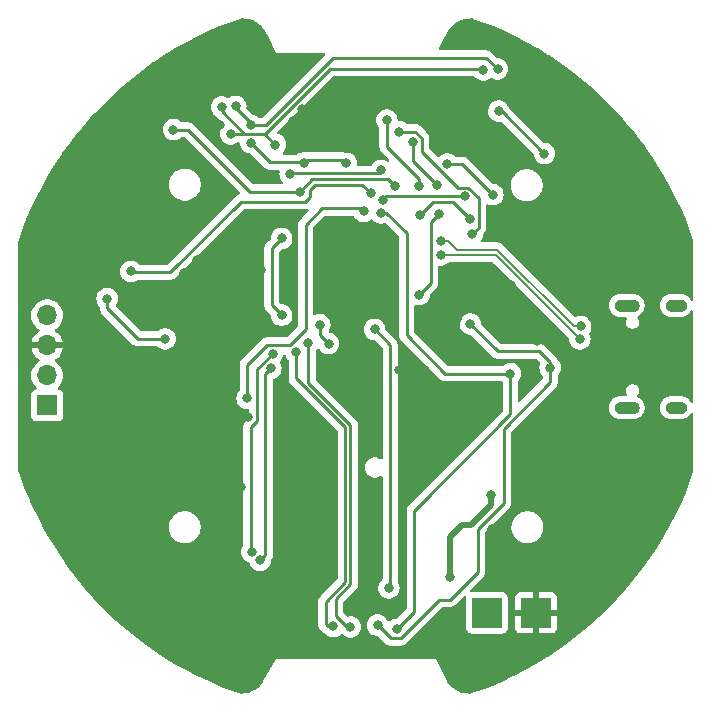
<source format=gbr>
%TF.GenerationSoftware,KiCad,Pcbnew,8.0.4*%
%TF.CreationDate,2024-11-13T00:18:53-06:00*%
%TF.ProjectId,ARES_FC,41524553-5f46-4432-9e6b-696361645f70,rev?*%
%TF.SameCoordinates,Original*%
%TF.FileFunction,Copper,L2,Bot*%
%TF.FilePolarity,Positive*%
%FSLAX46Y46*%
G04 Gerber Fmt 4.6, Leading zero omitted, Abs format (unit mm)*
G04 Created by KiCad (PCBNEW 8.0.4) date 2024-11-13 00:18:53*
%MOMM*%
%LPD*%
G01*
G04 APERTURE LIST*
%TA.AperFunction,EtchedComponent*%
%ADD10C,0.010000*%
%TD*%
%TA.AperFunction,ComponentPad*%
%ADD11R,2.500000X2.500000*%
%TD*%
%TA.AperFunction,ComponentPad*%
%ADD12C,0.900000*%
%TD*%
%TA.AperFunction,ComponentPad*%
%ADD13R,1.700000X1.700000*%
%TD*%
%TA.AperFunction,ComponentPad*%
%ADD14O,1.700000X1.700000*%
%TD*%
%TA.AperFunction,ViaPad*%
%ADD15C,0.800000*%
%TD*%
%TA.AperFunction,Conductor*%
%ADD16C,0.500000*%
%TD*%
%TA.AperFunction,Conductor*%
%ADD17C,0.250000*%
%TD*%
%TA.AperFunction,Conductor*%
%ADD18C,0.200000*%
%TD*%
G04 APERTURE END LIST*
D10*
%TO.C,J2*%
X173466500Y-94776000D02*
X173489500Y-94777000D01*
X173512500Y-94781000D01*
X173536500Y-94785000D01*
X173558500Y-94790000D01*
X173581500Y-94797000D01*
X173603500Y-94805000D01*
X173625500Y-94814000D01*
X173646500Y-94824000D01*
X173667500Y-94835000D01*
X173687500Y-94848000D01*
X173707500Y-94861000D01*
X173725500Y-94875000D01*
X173743500Y-94891000D01*
X173760500Y-94907000D01*
X173776500Y-94924000D01*
X173792500Y-94942000D01*
X173806500Y-94960000D01*
X173819500Y-94980000D01*
X173832500Y-95000000D01*
X173843500Y-95021000D01*
X173853500Y-95042000D01*
X173862500Y-95064000D01*
X173870500Y-95086000D01*
X173877500Y-95109000D01*
X173882500Y-95131000D01*
X173886500Y-95155000D01*
X173890500Y-95178000D01*
X173891500Y-95201000D01*
X173892500Y-95225000D01*
X173891500Y-95249000D01*
X173890500Y-95272000D01*
X173886500Y-95295000D01*
X173882500Y-95319000D01*
X173877500Y-95341000D01*
X173870500Y-95364000D01*
X173862500Y-95386000D01*
X173853500Y-95408000D01*
X173843500Y-95429000D01*
X173832500Y-95450000D01*
X173819500Y-95470000D01*
X173806500Y-95490000D01*
X173792500Y-95508000D01*
X173776500Y-95526000D01*
X173760500Y-95543000D01*
X173743500Y-95559000D01*
X173725500Y-95575000D01*
X173707500Y-95589000D01*
X173687500Y-95602000D01*
X173667500Y-95615000D01*
X173646500Y-95626000D01*
X173625500Y-95636000D01*
X173603500Y-95645000D01*
X173581500Y-95653000D01*
X173558500Y-95660000D01*
X173536500Y-95665000D01*
X173512500Y-95669000D01*
X173489500Y-95673000D01*
X173466500Y-95674000D01*
X173442500Y-95675000D01*
X172342500Y-95675000D01*
X172318500Y-95674000D01*
X172295500Y-95673000D01*
X172272500Y-95669000D01*
X172248500Y-95665000D01*
X172226500Y-95660000D01*
X172203500Y-95653000D01*
X172181500Y-95645000D01*
X172159500Y-95636000D01*
X172138500Y-95626000D01*
X172117500Y-95615000D01*
X172097500Y-95602000D01*
X172077500Y-95589000D01*
X172059500Y-95575000D01*
X172041500Y-95559000D01*
X172024500Y-95543000D01*
X172008500Y-95526000D01*
X171992500Y-95508000D01*
X171978500Y-95490000D01*
X171965500Y-95470000D01*
X171952500Y-95450000D01*
X171941500Y-95429000D01*
X171931500Y-95408000D01*
X171922500Y-95386000D01*
X171914500Y-95364000D01*
X171907500Y-95341000D01*
X171902500Y-95319000D01*
X171898500Y-95295000D01*
X171894500Y-95272000D01*
X171893500Y-95249000D01*
X171892500Y-95225000D01*
X171893500Y-95201000D01*
X171894500Y-95178000D01*
X171898500Y-95155000D01*
X171902500Y-95131000D01*
X171907500Y-95109000D01*
X171914500Y-95086000D01*
X171922500Y-95064000D01*
X171931500Y-95042000D01*
X171941500Y-95021000D01*
X171952500Y-95000000D01*
X171965500Y-94980000D01*
X171978500Y-94960000D01*
X171992500Y-94942000D01*
X172008500Y-94924000D01*
X172024500Y-94907000D01*
X172041500Y-94891000D01*
X172059500Y-94875000D01*
X172077500Y-94861000D01*
X172097500Y-94848000D01*
X172117500Y-94835000D01*
X172138500Y-94824000D01*
X172159500Y-94814000D01*
X172181500Y-94805000D01*
X172203500Y-94797000D01*
X172226500Y-94790000D01*
X172248500Y-94785000D01*
X172272500Y-94781000D01*
X172295500Y-94777000D01*
X172318500Y-94776000D01*
X172342500Y-94775000D01*
X173442500Y-94775000D01*
X173466500Y-94776000D01*
%TA.AperFunction,EtchedComponent*%
G36*
X173466500Y-94776000D02*
G01*
X173489500Y-94777000D01*
X173512500Y-94781000D01*
X173536500Y-94785000D01*
X173558500Y-94790000D01*
X173581500Y-94797000D01*
X173603500Y-94805000D01*
X173625500Y-94814000D01*
X173646500Y-94824000D01*
X173667500Y-94835000D01*
X173687500Y-94848000D01*
X173707500Y-94861000D01*
X173725500Y-94875000D01*
X173743500Y-94891000D01*
X173760500Y-94907000D01*
X173776500Y-94924000D01*
X173792500Y-94942000D01*
X173806500Y-94960000D01*
X173819500Y-94980000D01*
X173832500Y-95000000D01*
X173843500Y-95021000D01*
X173853500Y-95042000D01*
X173862500Y-95064000D01*
X173870500Y-95086000D01*
X173877500Y-95109000D01*
X173882500Y-95131000D01*
X173886500Y-95155000D01*
X173890500Y-95178000D01*
X173891500Y-95201000D01*
X173892500Y-95225000D01*
X173891500Y-95249000D01*
X173890500Y-95272000D01*
X173886500Y-95295000D01*
X173882500Y-95319000D01*
X173877500Y-95341000D01*
X173870500Y-95364000D01*
X173862500Y-95386000D01*
X173853500Y-95408000D01*
X173843500Y-95429000D01*
X173832500Y-95450000D01*
X173819500Y-95470000D01*
X173806500Y-95490000D01*
X173792500Y-95508000D01*
X173776500Y-95526000D01*
X173760500Y-95543000D01*
X173743500Y-95559000D01*
X173725500Y-95575000D01*
X173707500Y-95589000D01*
X173687500Y-95602000D01*
X173667500Y-95615000D01*
X173646500Y-95626000D01*
X173625500Y-95636000D01*
X173603500Y-95645000D01*
X173581500Y-95653000D01*
X173558500Y-95660000D01*
X173536500Y-95665000D01*
X173512500Y-95669000D01*
X173489500Y-95673000D01*
X173466500Y-95674000D01*
X173442500Y-95675000D01*
X172342500Y-95675000D01*
X172318500Y-95674000D01*
X172295500Y-95673000D01*
X172272500Y-95669000D01*
X172248500Y-95665000D01*
X172226500Y-95660000D01*
X172203500Y-95653000D01*
X172181500Y-95645000D01*
X172159500Y-95636000D01*
X172138500Y-95626000D01*
X172117500Y-95615000D01*
X172097500Y-95602000D01*
X172077500Y-95589000D01*
X172059500Y-95575000D01*
X172041500Y-95559000D01*
X172024500Y-95543000D01*
X172008500Y-95526000D01*
X171992500Y-95508000D01*
X171978500Y-95490000D01*
X171965500Y-95470000D01*
X171952500Y-95450000D01*
X171941500Y-95429000D01*
X171931500Y-95408000D01*
X171922500Y-95386000D01*
X171914500Y-95364000D01*
X171907500Y-95341000D01*
X171902500Y-95319000D01*
X171898500Y-95295000D01*
X171894500Y-95272000D01*
X171893500Y-95249000D01*
X171892500Y-95225000D01*
X171893500Y-95201000D01*
X171894500Y-95178000D01*
X171898500Y-95155000D01*
X171902500Y-95131000D01*
X171907500Y-95109000D01*
X171914500Y-95086000D01*
X171922500Y-95064000D01*
X171931500Y-95042000D01*
X171941500Y-95021000D01*
X171952500Y-95000000D01*
X171965500Y-94980000D01*
X171978500Y-94960000D01*
X171992500Y-94942000D01*
X172008500Y-94924000D01*
X172024500Y-94907000D01*
X172041500Y-94891000D01*
X172059500Y-94875000D01*
X172077500Y-94861000D01*
X172097500Y-94848000D01*
X172117500Y-94835000D01*
X172138500Y-94824000D01*
X172159500Y-94814000D01*
X172181500Y-94805000D01*
X172203500Y-94797000D01*
X172226500Y-94790000D01*
X172248500Y-94785000D01*
X172272500Y-94781000D01*
X172295500Y-94777000D01*
X172318500Y-94776000D01*
X172342500Y-94775000D01*
X173442500Y-94775000D01*
X173466500Y-94776000D01*
G37*
%TD.AperFunction*%
X173466500Y-103426000D02*
X173489500Y-103427000D01*
X173512500Y-103431000D01*
X173536500Y-103435000D01*
X173558500Y-103440000D01*
X173581500Y-103447000D01*
X173603500Y-103455000D01*
X173625500Y-103464000D01*
X173646500Y-103474000D01*
X173667500Y-103485000D01*
X173687500Y-103498000D01*
X173707500Y-103511000D01*
X173725500Y-103525000D01*
X173743500Y-103541000D01*
X173760500Y-103557000D01*
X173776500Y-103574000D01*
X173792500Y-103592000D01*
X173806500Y-103610000D01*
X173819500Y-103630000D01*
X173832500Y-103650000D01*
X173843500Y-103671000D01*
X173853500Y-103692000D01*
X173862500Y-103714000D01*
X173870500Y-103736000D01*
X173877500Y-103759000D01*
X173882500Y-103781000D01*
X173886500Y-103805000D01*
X173890500Y-103828000D01*
X173891500Y-103851000D01*
X173892500Y-103875000D01*
X173891500Y-103899000D01*
X173890500Y-103922000D01*
X173886500Y-103945000D01*
X173882500Y-103969000D01*
X173877500Y-103991000D01*
X173870500Y-104014000D01*
X173862500Y-104036000D01*
X173853500Y-104058000D01*
X173843500Y-104079000D01*
X173832500Y-104100000D01*
X173819500Y-104120000D01*
X173806500Y-104140000D01*
X173792500Y-104158000D01*
X173776500Y-104176000D01*
X173760500Y-104193000D01*
X173743500Y-104209000D01*
X173725500Y-104225000D01*
X173707500Y-104239000D01*
X173687500Y-104252000D01*
X173667500Y-104265000D01*
X173646500Y-104276000D01*
X173625500Y-104286000D01*
X173603500Y-104295000D01*
X173581500Y-104303000D01*
X173558500Y-104310000D01*
X173536500Y-104315000D01*
X173512500Y-104319000D01*
X173489500Y-104323000D01*
X173466500Y-104324000D01*
X173442500Y-104325000D01*
X172342500Y-104325000D01*
X172318500Y-104324000D01*
X172295500Y-104323000D01*
X172272500Y-104319000D01*
X172248500Y-104315000D01*
X172226500Y-104310000D01*
X172203500Y-104303000D01*
X172181500Y-104295000D01*
X172159500Y-104286000D01*
X172138500Y-104276000D01*
X172117500Y-104265000D01*
X172097500Y-104252000D01*
X172077500Y-104239000D01*
X172059500Y-104225000D01*
X172041500Y-104209000D01*
X172024500Y-104193000D01*
X172008500Y-104176000D01*
X171992500Y-104158000D01*
X171978500Y-104140000D01*
X171965500Y-104120000D01*
X171952500Y-104100000D01*
X171941500Y-104079000D01*
X171931500Y-104058000D01*
X171922500Y-104036000D01*
X171914500Y-104014000D01*
X171907500Y-103991000D01*
X171902500Y-103969000D01*
X171898500Y-103945000D01*
X171894500Y-103922000D01*
X171893500Y-103899000D01*
X171892500Y-103875000D01*
X171893500Y-103851000D01*
X171894500Y-103828000D01*
X171898500Y-103805000D01*
X171902500Y-103781000D01*
X171907500Y-103759000D01*
X171914500Y-103736000D01*
X171922500Y-103714000D01*
X171931500Y-103692000D01*
X171941500Y-103671000D01*
X171952500Y-103650000D01*
X171965500Y-103630000D01*
X171978500Y-103610000D01*
X171992500Y-103592000D01*
X172008500Y-103574000D01*
X172024500Y-103557000D01*
X172041500Y-103541000D01*
X172059500Y-103525000D01*
X172077500Y-103511000D01*
X172097500Y-103498000D01*
X172117500Y-103485000D01*
X172138500Y-103474000D01*
X172159500Y-103464000D01*
X172181500Y-103455000D01*
X172203500Y-103447000D01*
X172226500Y-103440000D01*
X172248500Y-103435000D01*
X172272500Y-103431000D01*
X172295500Y-103427000D01*
X172318500Y-103426000D01*
X172342500Y-103425000D01*
X173442500Y-103425000D01*
X173466500Y-103426000D01*
%TA.AperFunction,EtchedComponent*%
G36*
X173466500Y-103426000D02*
G01*
X173489500Y-103427000D01*
X173512500Y-103431000D01*
X173536500Y-103435000D01*
X173558500Y-103440000D01*
X173581500Y-103447000D01*
X173603500Y-103455000D01*
X173625500Y-103464000D01*
X173646500Y-103474000D01*
X173667500Y-103485000D01*
X173687500Y-103498000D01*
X173707500Y-103511000D01*
X173725500Y-103525000D01*
X173743500Y-103541000D01*
X173760500Y-103557000D01*
X173776500Y-103574000D01*
X173792500Y-103592000D01*
X173806500Y-103610000D01*
X173819500Y-103630000D01*
X173832500Y-103650000D01*
X173843500Y-103671000D01*
X173853500Y-103692000D01*
X173862500Y-103714000D01*
X173870500Y-103736000D01*
X173877500Y-103759000D01*
X173882500Y-103781000D01*
X173886500Y-103805000D01*
X173890500Y-103828000D01*
X173891500Y-103851000D01*
X173892500Y-103875000D01*
X173891500Y-103899000D01*
X173890500Y-103922000D01*
X173886500Y-103945000D01*
X173882500Y-103969000D01*
X173877500Y-103991000D01*
X173870500Y-104014000D01*
X173862500Y-104036000D01*
X173853500Y-104058000D01*
X173843500Y-104079000D01*
X173832500Y-104100000D01*
X173819500Y-104120000D01*
X173806500Y-104140000D01*
X173792500Y-104158000D01*
X173776500Y-104176000D01*
X173760500Y-104193000D01*
X173743500Y-104209000D01*
X173725500Y-104225000D01*
X173707500Y-104239000D01*
X173687500Y-104252000D01*
X173667500Y-104265000D01*
X173646500Y-104276000D01*
X173625500Y-104286000D01*
X173603500Y-104295000D01*
X173581500Y-104303000D01*
X173558500Y-104310000D01*
X173536500Y-104315000D01*
X173512500Y-104319000D01*
X173489500Y-104323000D01*
X173466500Y-104324000D01*
X173442500Y-104325000D01*
X172342500Y-104325000D01*
X172318500Y-104324000D01*
X172295500Y-104323000D01*
X172272500Y-104319000D01*
X172248500Y-104315000D01*
X172226500Y-104310000D01*
X172203500Y-104303000D01*
X172181500Y-104295000D01*
X172159500Y-104286000D01*
X172138500Y-104276000D01*
X172117500Y-104265000D01*
X172097500Y-104252000D01*
X172077500Y-104239000D01*
X172059500Y-104225000D01*
X172041500Y-104209000D01*
X172024500Y-104193000D01*
X172008500Y-104176000D01*
X171992500Y-104158000D01*
X171978500Y-104140000D01*
X171965500Y-104120000D01*
X171952500Y-104100000D01*
X171941500Y-104079000D01*
X171931500Y-104058000D01*
X171922500Y-104036000D01*
X171914500Y-104014000D01*
X171907500Y-103991000D01*
X171902500Y-103969000D01*
X171898500Y-103945000D01*
X171894500Y-103922000D01*
X171893500Y-103899000D01*
X171892500Y-103875000D01*
X171893500Y-103851000D01*
X171894500Y-103828000D01*
X171898500Y-103805000D01*
X171902500Y-103781000D01*
X171907500Y-103759000D01*
X171914500Y-103736000D01*
X171922500Y-103714000D01*
X171931500Y-103692000D01*
X171941500Y-103671000D01*
X171952500Y-103650000D01*
X171965500Y-103630000D01*
X171978500Y-103610000D01*
X171992500Y-103592000D01*
X172008500Y-103574000D01*
X172024500Y-103557000D01*
X172041500Y-103541000D01*
X172059500Y-103525000D01*
X172077500Y-103511000D01*
X172097500Y-103498000D01*
X172117500Y-103485000D01*
X172138500Y-103474000D01*
X172159500Y-103464000D01*
X172181500Y-103455000D01*
X172203500Y-103447000D01*
X172226500Y-103440000D01*
X172248500Y-103435000D01*
X172272500Y-103431000D01*
X172295500Y-103427000D01*
X172318500Y-103426000D01*
X172342500Y-103425000D01*
X173442500Y-103425000D01*
X173466500Y-103426000D01*
G37*
%TD.AperFunction*%
X177486500Y-94776000D02*
X177509500Y-94777000D01*
X177532500Y-94781000D01*
X177556500Y-94785000D01*
X177578500Y-94790000D01*
X177601500Y-94797000D01*
X177623500Y-94805000D01*
X177645500Y-94814000D01*
X177666500Y-94824000D01*
X177687500Y-94835000D01*
X177707500Y-94848000D01*
X177727500Y-94861000D01*
X177745500Y-94875000D01*
X177763500Y-94891000D01*
X177780500Y-94907000D01*
X177796500Y-94924000D01*
X177812500Y-94942000D01*
X177826500Y-94960000D01*
X177839500Y-94980000D01*
X177852500Y-95000000D01*
X177863500Y-95021000D01*
X177873500Y-95042000D01*
X177882500Y-95064000D01*
X177890500Y-95086000D01*
X177897500Y-95109000D01*
X177902500Y-95131000D01*
X177906500Y-95155000D01*
X177910500Y-95178000D01*
X177911500Y-95201000D01*
X177912500Y-95225000D01*
X177911500Y-95249000D01*
X177910500Y-95272000D01*
X177906500Y-95295000D01*
X177902500Y-95319000D01*
X177897500Y-95341000D01*
X177890500Y-95364000D01*
X177882500Y-95386000D01*
X177873500Y-95408000D01*
X177863500Y-95429000D01*
X177852500Y-95450000D01*
X177839500Y-95470000D01*
X177826500Y-95490000D01*
X177812500Y-95508000D01*
X177796500Y-95526000D01*
X177780500Y-95543000D01*
X177763500Y-95559000D01*
X177745500Y-95575000D01*
X177727500Y-95589000D01*
X177707500Y-95602000D01*
X177687500Y-95615000D01*
X177666500Y-95626000D01*
X177645500Y-95636000D01*
X177623500Y-95645000D01*
X177601500Y-95653000D01*
X177578500Y-95660000D01*
X177556500Y-95665000D01*
X177532500Y-95669000D01*
X177509500Y-95673000D01*
X177486500Y-95674000D01*
X177462500Y-95675000D01*
X176662500Y-95675000D01*
X176638500Y-95674000D01*
X176615500Y-95673000D01*
X176592500Y-95669000D01*
X176568500Y-95665000D01*
X176546500Y-95660000D01*
X176523500Y-95653000D01*
X176501500Y-95645000D01*
X176479500Y-95636000D01*
X176458500Y-95626000D01*
X176437500Y-95615000D01*
X176417500Y-95602000D01*
X176397500Y-95589000D01*
X176379500Y-95575000D01*
X176361500Y-95559000D01*
X176344500Y-95543000D01*
X176328500Y-95526000D01*
X176312500Y-95508000D01*
X176298500Y-95490000D01*
X176285500Y-95470000D01*
X176272500Y-95450000D01*
X176261500Y-95429000D01*
X176251500Y-95408000D01*
X176242500Y-95386000D01*
X176234500Y-95364000D01*
X176227500Y-95341000D01*
X176222500Y-95319000D01*
X176218500Y-95295000D01*
X176214500Y-95272000D01*
X176213500Y-95249000D01*
X176212500Y-95225000D01*
X176213500Y-95201000D01*
X176214500Y-95178000D01*
X176218500Y-95155000D01*
X176222500Y-95131000D01*
X176227500Y-95109000D01*
X176234500Y-95086000D01*
X176242500Y-95064000D01*
X176251500Y-95042000D01*
X176261500Y-95021000D01*
X176272500Y-95000000D01*
X176285500Y-94980000D01*
X176298500Y-94960000D01*
X176312500Y-94942000D01*
X176328500Y-94924000D01*
X176344500Y-94907000D01*
X176361500Y-94891000D01*
X176379500Y-94875000D01*
X176397500Y-94861000D01*
X176417500Y-94848000D01*
X176437500Y-94835000D01*
X176458500Y-94824000D01*
X176479500Y-94814000D01*
X176501500Y-94805000D01*
X176523500Y-94797000D01*
X176546500Y-94790000D01*
X176568500Y-94785000D01*
X176592500Y-94781000D01*
X176615500Y-94777000D01*
X176638500Y-94776000D01*
X176662500Y-94775000D01*
X177462500Y-94775000D01*
X177486500Y-94776000D01*
%TA.AperFunction,EtchedComponent*%
G36*
X177486500Y-94776000D02*
G01*
X177509500Y-94777000D01*
X177532500Y-94781000D01*
X177556500Y-94785000D01*
X177578500Y-94790000D01*
X177601500Y-94797000D01*
X177623500Y-94805000D01*
X177645500Y-94814000D01*
X177666500Y-94824000D01*
X177687500Y-94835000D01*
X177707500Y-94848000D01*
X177727500Y-94861000D01*
X177745500Y-94875000D01*
X177763500Y-94891000D01*
X177780500Y-94907000D01*
X177796500Y-94924000D01*
X177812500Y-94942000D01*
X177826500Y-94960000D01*
X177839500Y-94980000D01*
X177852500Y-95000000D01*
X177863500Y-95021000D01*
X177873500Y-95042000D01*
X177882500Y-95064000D01*
X177890500Y-95086000D01*
X177897500Y-95109000D01*
X177902500Y-95131000D01*
X177906500Y-95155000D01*
X177910500Y-95178000D01*
X177911500Y-95201000D01*
X177912500Y-95225000D01*
X177911500Y-95249000D01*
X177910500Y-95272000D01*
X177906500Y-95295000D01*
X177902500Y-95319000D01*
X177897500Y-95341000D01*
X177890500Y-95364000D01*
X177882500Y-95386000D01*
X177873500Y-95408000D01*
X177863500Y-95429000D01*
X177852500Y-95450000D01*
X177839500Y-95470000D01*
X177826500Y-95490000D01*
X177812500Y-95508000D01*
X177796500Y-95526000D01*
X177780500Y-95543000D01*
X177763500Y-95559000D01*
X177745500Y-95575000D01*
X177727500Y-95589000D01*
X177707500Y-95602000D01*
X177687500Y-95615000D01*
X177666500Y-95626000D01*
X177645500Y-95636000D01*
X177623500Y-95645000D01*
X177601500Y-95653000D01*
X177578500Y-95660000D01*
X177556500Y-95665000D01*
X177532500Y-95669000D01*
X177509500Y-95673000D01*
X177486500Y-95674000D01*
X177462500Y-95675000D01*
X176662500Y-95675000D01*
X176638500Y-95674000D01*
X176615500Y-95673000D01*
X176592500Y-95669000D01*
X176568500Y-95665000D01*
X176546500Y-95660000D01*
X176523500Y-95653000D01*
X176501500Y-95645000D01*
X176479500Y-95636000D01*
X176458500Y-95626000D01*
X176437500Y-95615000D01*
X176417500Y-95602000D01*
X176397500Y-95589000D01*
X176379500Y-95575000D01*
X176361500Y-95559000D01*
X176344500Y-95543000D01*
X176328500Y-95526000D01*
X176312500Y-95508000D01*
X176298500Y-95490000D01*
X176285500Y-95470000D01*
X176272500Y-95450000D01*
X176261500Y-95429000D01*
X176251500Y-95408000D01*
X176242500Y-95386000D01*
X176234500Y-95364000D01*
X176227500Y-95341000D01*
X176222500Y-95319000D01*
X176218500Y-95295000D01*
X176214500Y-95272000D01*
X176213500Y-95249000D01*
X176212500Y-95225000D01*
X176213500Y-95201000D01*
X176214500Y-95178000D01*
X176218500Y-95155000D01*
X176222500Y-95131000D01*
X176227500Y-95109000D01*
X176234500Y-95086000D01*
X176242500Y-95064000D01*
X176251500Y-95042000D01*
X176261500Y-95021000D01*
X176272500Y-95000000D01*
X176285500Y-94980000D01*
X176298500Y-94960000D01*
X176312500Y-94942000D01*
X176328500Y-94924000D01*
X176344500Y-94907000D01*
X176361500Y-94891000D01*
X176379500Y-94875000D01*
X176397500Y-94861000D01*
X176417500Y-94848000D01*
X176437500Y-94835000D01*
X176458500Y-94824000D01*
X176479500Y-94814000D01*
X176501500Y-94805000D01*
X176523500Y-94797000D01*
X176546500Y-94790000D01*
X176568500Y-94785000D01*
X176592500Y-94781000D01*
X176615500Y-94777000D01*
X176638500Y-94776000D01*
X176662500Y-94775000D01*
X177462500Y-94775000D01*
X177486500Y-94776000D01*
G37*
%TD.AperFunction*%
X177486500Y-103426000D02*
X177509500Y-103427000D01*
X177532500Y-103431000D01*
X177556500Y-103435000D01*
X177578500Y-103440000D01*
X177601500Y-103447000D01*
X177623500Y-103455000D01*
X177645500Y-103464000D01*
X177666500Y-103474000D01*
X177687500Y-103485000D01*
X177707500Y-103498000D01*
X177727500Y-103511000D01*
X177745500Y-103525000D01*
X177763500Y-103541000D01*
X177780500Y-103557000D01*
X177796500Y-103574000D01*
X177812500Y-103592000D01*
X177826500Y-103610000D01*
X177839500Y-103630000D01*
X177852500Y-103650000D01*
X177863500Y-103671000D01*
X177873500Y-103692000D01*
X177882500Y-103714000D01*
X177890500Y-103736000D01*
X177897500Y-103759000D01*
X177902500Y-103781000D01*
X177906500Y-103805000D01*
X177910500Y-103828000D01*
X177911500Y-103851000D01*
X177912500Y-103875000D01*
X177911500Y-103899000D01*
X177910500Y-103922000D01*
X177906500Y-103945000D01*
X177902500Y-103969000D01*
X177897500Y-103991000D01*
X177890500Y-104014000D01*
X177882500Y-104036000D01*
X177873500Y-104058000D01*
X177863500Y-104079000D01*
X177852500Y-104100000D01*
X177839500Y-104120000D01*
X177826500Y-104140000D01*
X177812500Y-104158000D01*
X177796500Y-104176000D01*
X177780500Y-104193000D01*
X177763500Y-104209000D01*
X177745500Y-104225000D01*
X177727500Y-104239000D01*
X177707500Y-104252000D01*
X177687500Y-104265000D01*
X177666500Y-104276000D01*
X177645500Y-104286000D01*
X177623500Y-104295000D01*
X177601500Y-104303000D01*
X177578500Y-104310000D01*
X177556500Y-104315000D01*
X177532500Y-104319000D01*
X177509500Y-104323000D01*
X177486500Y-104324000D01*
X177462500Y-104325000D01*
X176662500Y-104325000D01*
X176638500Y-104324000D01*
X176615500Y-104323000D01*
X176592500Y-104319000D01*
X176568500Y-104315000D01*
X176546500Y-104310000D01*
X176523500Y-104303000D01*
X176501500Y-104295000D01*
X176479500Y-104286000D01*
X176458500Y-104276000D01*
X176437500Y-104265000D01*
X176417500Y-104252000D01*
X176397500Y-104239000D01*
X176379500Y-104225000D01*
X176361500Y-104209000D01*
X176344500Y-104193000D01*
X176328500Y-104176000D01*
X176312500Y-104158000D01*
X176298500Y-104140000D01*
X176285500Y-104120000D01*
X176272500Y-104100000D01*
X176261500Y-104079000D01*
X176251500Y-104058000D01*
X176242500Y-104036000D01*
X176234500Y-104014000D01*
X176227500Y-103991000D01*
X176222500Y-103969000D01*
X176218500Y-103945000D01*
X176214500Y-103922000D01*
X176213500Y-103899000D01*
X176212500Y-103875000D01*
X176213500Y-103851000D01*
X176214500Y-103828000D01*
X176218500Y-103805000D01*
X176222500Y-103781000D01*
X176227500Y-103759000D01*
X176234500Y-103736000D01*
X176242500Y-103714000D01*
X176251500Y-103692000D01*
X176261500Y-103671000D01*
X176272500Y-103650000D01*
X176285500Y-103630000D01*
X176298500Y-103610000D01*
X176312500Y-103592000D01*
X176328500Y-103574000D01*
X176344500Y-103557000D01*
X176361500Y-103541000D01*
X176379500Y-103525000D01*
X176397500Y-103511000D01*
X176417500Y-103498000D01*
X176437500Y-103485000D01*
X176458500Y-103474000D01*
X176479500Y-103464000D01*
X176501500Y-103455000D01*
X176523500Y-103447000D01*
X176546500Y-103440000D01*
X176568500Y-103435000D01*
X176592500Y-103431000D01*
X176615500Y-103427000D01*
X176638500Y-103426000D01*
X176662500Y-103425000D01*
X177462500Y-103425000D01*
X177486500Y-103426000D01*
%TA.AperFunction,EtchedComponent*%
G36*
X177486500Y-103426000D02*
G01*
X177509500Y-103427000D01*
X177532500Y-103431000D01*
X177556500Y-103435000D01*
X177578500Y-103440000D01*
X177601500Y-103447000D01*
X177623500Y-103455000D01*
X177645500Y-103464000D01*
X177666500Y-103474000D01*
X177687500Y-103485000D01*
X177707500Y-103498000D01*
X177727500Y-103511000D01*
X177745500Y-103525000D01*
X177763500Y-103541000D01*
X177780500Y-103557000D01*
X177796500Y-103574000D01*
X177812500Y-103592000D01*
X177826500Y-103610000D01*
X177839500Y-103630000D01*
X177852500Y-103650000D01*
X177863500Y-103671000D01*
X177873500Y-103692000D01*
X177882500Y-103714000D01*
X177890500Y-103736000D01*
X177897500Y-103759000D01*
X177902500Y-103781000D01*
X177906500Y-103805000D01*
X177910500Y-103828000D01*
X177911500Y-103851000D01*
X177912500Y-103875000D01*
X177911500Y-103899000D01*
X177910500Y-103922000D01*
X177906500Y-103945000D01*
X177902500Y-103969000D01*
X177897500Y-103991000D01*
X177890500Y-104014000D01*
X177882500Y-104036000D01*
X177873500Y-104058000D01*
X177863500Y-104079000D01*
X177852500Y-104100000D01*
X177839500Y-104120000D01*
X177826500Y-104140000D01*
X177812500Y-104158000D01*
X177796500Y-104176000D01*
X177780500Y-104193000D01*
X177763500Y-104209000D01*
X177745500Y-104225000D01*
X177727500Y-104239000D01*
X177707500Y-104252000D01*
X177687500Y-104265000D01*
X177666500Y-104276000D01*
X177645500Y-104286000D01*
X177623500Y-104295000D01*
X177601500Y-104303000D01*
X177578500Y-104310000D01*
X177556500Y-104315000D01*
X177532500Y-104319000D01*
X177509500Y-104323000D01*
X177486500Y-104324000D01*
X177462500Y-104325000D01*
X176662500Y-104325000D01*
X176638500Y-104324000D01*
X176615500Y-104323000D01*
X176592500Y-104319000D01*
X176568500Y-104315000D01*
X176546500Y-104310000D01*
X176523500Y-104303000D01*
X176501500Y-104295000D01*
X176479500Y-104286000D01*
X176458500Y-104276000D01*
X176437500Y-104265000D01*
X176417500Y-104252000D01*
X176397500Y-104239000D01*
X176379500Y-104225000D01*
X176361500Y-104209000D01*
X176344500Y-104193000D01*
X176328500Y-104176000D01*
X176312500Y-104158000D01*
X176298500Y-104140000D01*
X176285500Y-104120000D01*
X176272500Y-104100000D01*
X176261500Y-104079000D01*
X176251500Y-104058000D01*
X176242500Y-104036000D01*
X176234500Y-104014000D01*
X176227500Y-103991000D01*
X176222500Y-103969000D01*
X176218500Y-103945000D01*
X176214500Y-103922000D01*
X176213500Y-103899000D01*
X176212500Y-103875000D01*
X176213500Y-103851000D01*
X176214500Y-103828000D01*
X176218500Y-103805000D01*
X176222500Y-103781000D01*
X176227500Y-103759000D01*
X176234500Y-103736000D01*
X176242500Y-103714000D01*
X176251500Y-103692000D01*
X176261500Y-103671000D01*
X176272500Y-103650000D01*
X176285500Y-103630000D01*
X176298500Y-103610000D01*
X176312500Y-103592000D01*
X176328500Y-103574000D01*
X176344500Y-103557000D01*
X176361500Y-103541000D01*
X176379500Y-103525000D01*
X176397500Y-103511000D01*
X176417500Y-103498000D01*
X176437500Y-103485000D01*
X176458500Y-103474000D01*
X176479500Y-103464000D01*
X176501500Y-103455000D01*
X176523500Y-103447000D01*
X176546500Y-103440000D01*
X176568500Y-103435000D01*
X176592500Y-103431000D01*
X176615500Y-103427000D01*
X176638500Y-103426000D01*
X176662500Y-103425000D01*
X177462500Y-103425000D01*
X177486500Y-103426000D01*
G37*
%TD.AperFunction*%
%TD*%
D11*
%TO.P,J5,1,Pin_1*%
%TO.N,GND*%
X165214000Y-121250000D03*
%TD*%
%TO.P,J4,1,Pin_1*%
%TO.N,VBUS*%
X161058000Y-121250000D03*
%TD*%
D12*
%TO.P,J2,S1,SHIELD*%
%TO.N,GND*%
X172892500Y-103875000D03*
%TO.P,J2,S2,SHIELD*%
X172892500Y-95225000D03*
%TO.P,J2,S3,SHIELD*%
X177062500Y-103875000D03*
%TO.P,J2,S4,SHIELD*%
X177062500Y-95225000D03*
%TD*%
D13*
%TO.P,J1,1,Pin_1*%
%TO.N,/NRST*%
X123827740Y-103688800D03*
D14*
%TO.P,J1,2,Pin_2*%
%TO.N,/SWDIO*%
X123827740Y-101148800D03*
%TO.P,J1,3,Pin_3*%
%TO.N,GND*%
X123827740Y-98608800D03*
%TO.P,J1,4,Pin_4*%
%TO.N,/SWCLK*%
X123827740Y-96068800D03*
%TD*%
D15*
%TO.N,GND*%
X130600000Y-80200000D03*
X130600000Y-79200000D03*
X131600000Y-79200000D03*
X131600000Y-80200000D03*
X174600000Y-109500000D03*
X176817600Y-109500000D03*
X175717600Y-109500000D03*
X172470000Y-109490000D03*
X173486000Y-109490000D03*
X171450000Y-109484000D03*
X173900000Y-116650000D03*
X174450000Y-114600000D03*
X174448000Y-115604000D03*
X176817600Y-110500000D03*
X137750000Y-109650000D03*
X175717600Y-110500000D03*
X174600000Y-110500000D03*
X157300000Y-121550000D03*
X158350000Y-123285201D03*
X158350000Y-122167600D03*
X158350000Y-124402800D03*
X158350000Y-121050000D03*
X158350000Y-125520400D03*
X147097200Y-123400000D03*
X146000000Y-123350000D03*
X140000000Y-114600000D03*
X139650000Y-113650000D03*
X139650000Y-111650000D03*
X139650000Y-112650000D03*
X139700000Y-100450000D03*
X139850000Y-104700000D03*
X140850000Y-104700000D03*
%TO.N,/GPS_NRST*%
X140750000Y-103100000D03*
%TO.N,GND*%
X145400000Y-78600000D03*
X146800000Y-79650000D03*
X144650000Y-79600000D03*
X145650000Y-79600000D03*
X130300000Y-112250000D03*
X131400000Y-112214800D03*
X132464800Y-112167599D03*
X130317599Y-113335200D03*
X159600000Y-95400000D03*
X143800000Y-87600000D03*
X139800000Y-88600000D03*
X140800000Y-88600000D03*
X141800000Y-88600000D03*
X142800000Y-87600000D03*
X142800000Y-88600000D03*
X136517600Y-93617600D03*
X135400000Y-92500000D03*
X136517599Y-91382400D03*
X135400000Y-93617600D03*
X136517600Y-92500000D03*
X134282400Y-93617600D03*
X137500000Y-108700000D03*
X135500000Y-108700000D03*
X136500000Y-108700000D03*
X139200000Y-110600000D03*
X140200000Y-110600000D03*
X139000000Y-103900000D03*
X139000000Y-102900000D03*
X139700000Y-99500000D03*
X138700000Y-100450000D03*
X138400000Y-84600000D03*
X161500000Y-115300000D03*
X161484800Y-114193600D03*
X161500000Y-103300000D03*
X161484800Y-102193600D03*
X154746400Y-100715200D03*
X155852800Y-100700000D03*
X153617600Y-100700000D03*
X151550000Y-100700000D03*
X151700000Y-94300000D03*
X158550000Y-96400000D03*
X158550000Y-95400000D03*
X157550000Y-95400000D03*
X157550000Y-96400000D03*
X163250000Y-75400000D03*
X163250000Y-73400000D03*
X163250000Y-74400000D03*
X140750000Y-76350000D03*
X140750000Y-77350000D03*
X141750000Y-76350000D03*
X141750000Y-77350000D03*
X131382401Y-114400000D03*
X131417599Y-113300000D03*
X132500000Y-113264800D03*
X132500000Y-114382401D03*
X132500000Y-115500000D03*
X163100000Y-94500000D03*
X163100000Y-93500000D03*
X162100000Y-94500000D03*
X162100000Y-93500000D03*
X162100000Y-89200000D03*
X162100000Y-88200000D03*
X139100000Y-73800000D03*
X137100000Y-73800000D03*
X137100000Y-74800000D03*
X139100000Y-74800000D03*
X138100000Y-74800000D03*
X138100000Y-73800000D03*
X169300000Y-77700000D03*
X168300000Y-76700000D03*
X168300000Y-77700000D03*
X167300000Y-77700000D03*
X167300000Y-76700000D03*
X167300000Y-75700000D03*
X166300000Y-75700000D03*
X166300000Y-77700000D03*
X166300000Y-76700000D03*
X163600000Y-90800000D03*
X164600000Y-91800000D03*
X132600000Y-84200000D03*
X132600000Y-83200000D03*
X125200000Y-87800000D03*
X125200000Y-86800000D03*
X125200000Y-93400000D03*
X125200000Y-92400000D03*
X125200000Y-91400000D03*
X125200000Y-90400000D03*
X129600000Y-80200000D03*
X128600000Y-80200000D03*
X128600000Y-79200000D03*
X129600000Y-79200000D03*
X129600000Y-78200000D03*
X131600000Y-78200000D03*
X130600000Y-78200000D03*
X133600000Y-78200000D03*
X132600000Y-78200000D03*
X132600000Y-77200000D03*
X131600000Y-77200000D03*
X132600000Y-76200000D03*
X133600000Y-77200000D03*
X133600000Y-76200000D03*
X133600000Y-75200000D03*
X132762500Y-80400000D03*
X164650000Y-90800000D03*
X165325000Y-98225000D03*
X131350000Y-82050000D03*
X171551600Y-87985600D03*
X172669200Y-93573600D03*
X176631600Y-97891600D03*
X169468800Y-120142000D03*
X170434000Y-91338400D03*
X167464800Y-103300000D03*
X127863600Y-103073200D03*
X132723588Y-123229713D03*
X151688800Y-89814400D03*
X123139200Y-107289601D03*
X137696263Y-119617188D03*
X124256800Y-111760001D03*
X124256800Y-110642400D03*
X177749200Y-102362000D03*
X148336000Y-93167201D03*
X138486526Y-120407451D03*
X132334000Y-99720400D03*
X176631600Y-101244400D03*
X162560000Y-116840000D03*
X161798000Y-118973600D03*
X126412937Y-116919063D03*
X152806400Y-92049600D03*
X167898000Y-111760000D03*
X129573988Y-116919063D03*
X151688800Y-93167200D03*
X169422000Y-110490000D03*
X168582400Y-104417600D03*
X176631600Y-86868000D03*
X149453600Y-93167200D03*
X133513850Y-122439450D03*
X177749200Y-90220800D03*
X132300000Y-103100000D03*
X131216400Y-101955600D03*
X175514000Y-96774000D03*
X139090401Y-125526800D03*
X136906001Y-118826926D03*
X172669200Y-90220800D03*
X172669200Y-92456000D03*
X137464800Y-98298000D03*
X165229600Y-104417600D03*
X172669200Y-86868000D03*
X170864800Y-103300000D03*
X150571200Y-92049600D03*
X162864800Y-119024400D03*
X173486000Y-110490000D03*
X171551600Y-90220800D03*
X136347200Y-96062800D03*
X124256800Y-107289600D03*
X175514000Y-90220801D03*
X135229600Y-97180400D03*
X164592000Y-116877000D03*
X169468800Y-118973600D03*
X148336000Y-92049600D03*
X167898000Y-113792000D03*
X177749200Y-100126800D03*
X131216400Y-99720400D03*
X131143063Y-120068663D03*
X137972801Y-125526800D03*
X148336000Y-94284800D03*
X175514000Y-92456001D03*
X140208001Y-125526800D03*
X149453600Y-90932000D03*
X175514000Y-97891601D03*
X174450000Y-111550000D03*
X140208000Y-123291600D03*
X133451600Y-100838000D03*
X165967600Y-111017603D03*
X149329600Y-124450000D03*
X152806400Y-89814400D03*
X171551600Y-93573600D03*
X140857313Y-119617188D03*
X168582400Y-103300000D03*
X147094400Y-124450000D03*
X172669200Y-85750400D03*
X168351200Y-120142000D03*
X168406000Y-110744000D03*
X133513850Y-120858925D03*
X149453600Y-89814400D03*
X175514000Y-100126801D03*
X131154513Y-118499588D03*
X153800000Y-124450000D03*
X170434000Y-90220801D03*
X128783725Y-117709325D03*
X127993463Y-115338537D03*
X134200000Y-89425000D03*
X127993463Y-116919063D03*
X125374400Y-109524799D03*
X132723588Y-121649188D03*
X138582400Y-96062800D03*
X131933326Y-122439451D03*
X150571200Y-90932000D03*
X124256800Y-109524800D03*
X124256800Y-112877600D03*
X150447200Y-124450000D03*
X150571200Y-89814400D03*
X175514000Y-101244400D03*
X132723588Y-120068663D03*
X139276788Y-119617188D03*
X151688800Y-92049600D03*
X130098800Y-100838000D03*
X175514000Y-85750401D03*
X137972800Y-123291600D03*
X166116000Y-119024400D03*
X163576000Y-116840000D03*
X150571200Y-94284800D03*
X138486525Y-118826925D03*
X137464800Y-97180400D03*
X133451600Y-101955600D03*
X152806400Y-93167200D03*
X149453600Y-94284800D03*
X171551600Y-92456000D03*
X176631600Y-93573600D03*
X137696263Y-118036663D03*
X172669200Y-82397600D03*
X136855200Y-123291599D03*
X176631600Y-99009200D03*
X170434000Y-93573600D03*
X130098800Y-99720401D03*
X172669200Y-87985600D03*
X164998400Y-119024400D03*
X167898000Y-114808000D03*
X175514000Y-87985601D03*
X139090400Y-124409200D03*
X138486525Y-117246400D03*
X129573988Y-118499588D03*
X167464800Y-104417600D03*
X123139199Y-106171999D03*
X169400000Y-100900000D03*
X170434000Y-92456001D03*
X132334000Y-101955600D03*
X137696263Y-116456137D03*
X140067050Y-118826925D03*
X177749200Y-96774000D03*
X133451600Y-99720400D03*
X176631600Y-89103200D03*
X150571200Y-93167200D03*
X148336000Y-89814400D03*
X130098800Y-103073200D03*
X141325600Y-125526800D03*
X171551600Y-85750400D03*
X165608000Y-116840000D03*
X148211999Y-124450000D03*
X125374401Y-106171999D03*
X170830400Y-104413200D03*
X125374400Y-110642400D03*
X127203200Y-116128800D03*
X161544000Y-116332000D03*
X175514000Y-84632800D03*
X131933325Y-119278400D03*
X169700000Y-103300000D03*
X130364250Y-119289850D03*
X124256800Y-106171999D03*
X141325600Y-124409200D03*
X172669200Y-84632800D03*
X176631600Y-92456000D03*
X176631600Y-87985600D03*
X130364250Y-117709325D03*
X136347200Y-98298000D03*
X125374400Y-107289599D03*
X175514000Y-93573600D03*
X171551600Y-83515200D03*
X131216400Y-100838000D03*
X175514000Y-99009200D03*
X163732400Y-111017601D03*
X129573988Y-120080113D03*
X125374400Y-111760000D03*
X131143063Y-121649188D03*
X136855200Y-124409200D03*
X166347200Y-104417601D03*
X123139200Y-109524801D03*
X148336000Y-90932001D03*
X141950000Y-92250000D03*
X135229600Y-96062801D03*
X176631600Y-91338400D03*
X140208001Y-124409200D03*
X132334000Y-100838000D03*
X177749200Y-97891600D03*
X175514000Y-89103200D03*
X123139200Y-111760000D03*
X172700000Y-116800000D03*
X169700000Y-104417600D03*
X171551600Y-91338400D03*
X167640000Y-116840000D03*
X172470000Y-110490000D03*
X168351200Y-121259600D03*
X172669200Y-89103200D03*
X131182400Y-103100000D03*
X177749200Y-92456000D03*
X152682400Y-124450000D03*
X167898000Y-112776000D03*
X145976799Y-124450000D03*
X171750000Y-118400000D03*
X168656000Y-116840000D03*
X172669200Y-83515200D03*
X131933325Y-120858925D03*
X172650000Y-117800000D03*
X127863600Y-101955600D03*
X138450000Y-79950000D03*
X170434000Y-89103200D03*
X149453600Y-92049600D03*
X174448000Y-113570000D03*
X140067050Y-120407450D03*
X167898000Y-115824000D03*
X176631600Y-100126800D03*
X127250000Y-91400000D03*
X177749200Y-99009200D03*
X124256800Y-108407199D03*
X128783726Y-119289851D03*
X127203201Y-117709326D03*
X171551600Y-82397600D03*
X151688800Y-90932000D03*
X172669200Y-91338400D03*
X137972801Y-124409200D03*
X136115737Y-118036663D03*
X160680400Y-118821200D03*
X167233600Y-119024400D03*
X152806400Y-94284800D03*
X127993463Y-118499588D03*
X174450000Y-112566000D03*
X171551600Y-89103200D03*
X163931600Y-118973600D03*
X177749200Y-93573600D03*
X170637200Y-118770400D03*
X169468800Y-121259600D03*
X130352801Y-120858926D03*
X139090401Y-123291600D03*
X136906000Y-117246400D03*
X168351200Y-119024400D03*
X152806400Y-90932000D03*
X171454000Y-110490000D03*
X123139200Y-108407200D03*
X128783725Y-116128800D03*
X177749200Y-101244400D03*
X175514000Y-102362000D03*
X128981200Y-101955600D03*
X164850000Y-111017601D03*
X151564799Y-124450000D03*
X175514000Y-86868000D03*
X171551600Y-84632800D03*
X125374401Y-113995201D03*
X175514000Y-91338400D03*
X136347200Y-97180400D03*
X125374400Y-108407200D03*
X134304113Y-121649188D03*
X128981200Y-103073200D03*
X166624000Y-116840000D03*
X138582400Y-97180400D03*
X130098800Y-101955600D03*
X166347200Y-103300000D03*
X176631600Y-90220800D03*
X139276788Y-118036663D03*
X137464800Y-96062800D03*
X136855200Y-125526801D03*
X177749200Y-91338400D03*
X125374400Y-112877599D03*
X141325600Y-123291600D03*
X123139200Y-110642401D03*
X176631600Y-102362000D03*
X124256800Y-113995201D03*
X171551600Y-86868000D03*
X133450000Y-103168000D03*
X176631600Y-96774000D03*
%TO.N,+3.3V*%
X145200000Y-85600000D03*
X134517500Y-80350000D03*
X159625000Y-87900000D03*
X165925000Y-82375000D03*
X143678000Y-96048540D03*
X128900000Y-94650000D03*
X162050000Y-78775000D03*
X133800000Y-98050000D03*
X155378000Y-87600000D03*
X153278000Y-85148540D03*
X143678000Y-89548540D03*
%TO.N,VBUS*%
X161400000Y-111311200D03*
X157886400Y-118211600D03*
%TO.N,/SWDIO*%
X152100000Y-83800000D03*
X144400000Y-84100000D03*
%TO.N,/USB_D+*%
X157150000Y-89800000D03*
X168992318Y-97007682D03*
%TO.N,/USB_D-*%
X168925000Y-98075000D03*
X157150000Y-90950000D03*
%TO.N,/LED_G*%
X159175000Y-86000000D03*
X152250000Y-86300000D03*
%TO.N,/BNO_NRST*%
X151200000Y-85700000D03*
X130912500Y-92350000D03*
%TO.N,/SDA*%
X143150000Y-81600000D03*
X160750000Y-75300000D03*
X139350000Y-80700000D03*
X138585057Y-78430501D03*
%TO.N,/SCL*%
X161950000Y-75200000D03*
X149163077Y-83186923D03*
X141050000Y-79975000D03*
X139787046Y-78362954D03*
X145550000Y-83150000D03*
X141050000Y-81450000D03*
%TO.N,/GPS_NRST*%
X150625000Y-87253826D03*
%TO.N,Net-(U6-TX)*%
X142900000Y-99300000D03*
X141142891Y-116092891D03*
%TO.N,Net-(U6-RX)*%
X142762653Y-100562653D03*
X141850000Y-116800000D03*
%TO.N,/RX_GPS*%
X146900000Y-96850000D03*
X147650000Y-98450000D03*
%TO.N,/RADIO_NRST*%
X161550000Y-85850000D03*
X157700000Y-83250000D03*
%TO.N,/RX_RADIO*%
X156850000Y-85050000D03*
X154800000Y-81350000D03*
%TO.N,/MOTOR_NRST*%
X152750000Y-119150000D03*
X151550000Y-97250000D03*
%TO.N,/S1_MP*%
X144900000Y-99200000D03*
X148050000Y-122400000D03*
%TO.N,/S2_MP*%
X145925000Y-98400000D03*
X149500000Y-122450000D03*
%TO.N,/S2_RF*%
X153600000Y-80500000D03*
X159800000Y-89200000D03*
%TO.N,/S1_RF*%
X157000000Y-87500000D03*
X155312347Y-94312347D03*
X152575000Y-79525000D03*
X155287653Y-85112347D03*
%TO.N,/MOTOR_SDA*%
X153400000Y-122650000D03*
X163050000Y-101000000D03*
X152075000Y-87400000D03*
%TO.N,/MOTOR_SCL*%
X151800000Y-122300000D03*
X159650000Y-96800000D03*
X166400000Y-100500000D03*
%TO.N,GND*%
X140800000Y-87600000D03*
X141800000Y-87600000D03*
X170450000Y-110500000D03*
%TD*%
D16*
%TO.N,VBUS*%
X161400000Y-112100000D02*
X159700000Y-113800000D01*
X157886400Y-114863600D02*
X157886400Y-118110000D01*
X161400000Y-111311200D02*
X161400000Y-112100000D01*
X159700000Y-113800000D02*
X158950000Y-113800000D01*
X158950000Y-113800000D02*
X157886400Y-114863600D01*
D17*
%TO.N,/S1_RF*%
X152575000Y-81775000D02*
X155287653Y-84487653D01*
X152575000Y-79525000D02*
X152575000Y-81775000D01*
X155287653Y-84487653D02*
X155287653Y-85112347D01*
%TO.N,/MOTOR_NRST*%
X152850000Y-119050000D02*
X152850000Y-98550000D01*
X152750000Y-119150000D02*
X152850000Y-119050000D01*
X152850000Y-98550000D02*
X151550000Y-97250000D01*
%TO.N,/S2_MP*%
X149500000Y-122450000D02*
X149200000Y-122450000D01*
X149200000Y-122450000D02*
X148250000Y-121500000D01*
X148250000Y-121500000D02*
X148250000Y-120079337D01*
X149492281Y-118837056D02*
X149492281Y-105342281D01*
X148250000Y-120079337D02*
X149492281Y-118837056D01*
X149492281Y-105342281D02*
X145925000Y-101775000D01*
X145925000Y-101775000D02*
X145925000Y-98400000D01*
%TO.N,/S1_MP*%
X148050000Y-122400000D02*
X147600000Y-122400000D01*
X147600000Y-122400000D02*
X147400000Y-122200000D01*
X147400000Y-122200000D02*
X147400000Y-120292941D01*
X149042281Y-105528677D02*
X144900000Y-101386396D01*
X147400000Y-120292941D02*
X149042281Y-118650660D01*
X149042281Y-118650660D02*
X149042281Y-105528677D01*
X144900000Y-101386396D02*
X144900000Y-99200000D01*
%TO.N,Net-(U6-TX)*%
X141142891Y-116092891D02*
X141050000Y-116000000D01*
X141050000Y-116000000D02*
X141050000Y-105525305D01*
X141575000Y-105000305D02*
X141575000Y-100625000D01*
X141050000Y-105525305D02*
X141575000Y-105000305D01*
X141575000Y-100625000D02*
X142900000Y-99300000D01*
%TO.N,Net-(U6-RX)*%
X141850000Y-116800000D02*
X142300000Y-116350000D01*
X142300000Y-116350000D02*
X142300000Y-101025306D01*
X142300000Y-101025306D02*
X142762653Y-100562653D01*
%TO.N,/GPS_NRST*%
X140750000Y-103100000D02*
X140750000Y-100250000D01*
X140750000Y-100250000D02*
X142437652Y-98562348D01*
X142437652Y-98562348D02*
X144387652Y-98562348D01*
X145700000Y-97250000D02*
X145700000Y-88400000D01*
X144387652Y-98562348D02*
X145700000Y-97250000D01*
X145700000Y-88400000D02*
X147083097Y-87016903D01*
X147083097Y-87016903D02*
X150388077Y-87016903D01*
X150388077Y-87016903D02*
X150625000Y-87253826D01*
%TO.N,+3.3V*%
X128900000Y-95450000D02*
X131500000Y-98050000D01*
X128900000Y-94650000D02*
X128900000Y-95450000D01*
X131500000Y-98050000D02*
X133800000Y-98050000D01*
%TO.N,GND*%
X139600000Y-91200000D02*
X139600000Y-90700000D01*
%TO.N,/SCL*%
X141050000Y-81450000D02*
X142700000Y-83100000D01*
X142700000Y-83100000D02*
X145500000Y-83100000D01*
X145500000Y-83100000D02*
X145550000Y-83150000D01*
D18*
%TO.N,/USB_D+*%
X168992318Y-97007682D02*
X168423368Y-97007682D01*
X168423368Y-97007682D02*
X161915686Y-90500000D01*
X157800000Y-89800000D02*
X157150000Y-89800000D01*
X161915686Y-90500000D02*
X158500000Y-90500000D01*
X158500000Y-90500000D02*
X157800000Y-89800000D01*
D17*
%TO.N,/MOTOR_SCL*%
X159650000Y-96800000D02*
X161950000Y-99100000D01*
X161950000Y-99100000D02*
X165500000Y-99100000D01*
X165500000Y-99100000D02*
X166400000Y-100000000D01*
X166400000Y-100000000D02*
X166400000Y-100500000D01*
%TO.N,/MOTOR_SDA*%
X163050000Y-101000000D02*
X157500000Y-101000000D01*
X163050000Y-101000000D02*
X163050000Y-104450000D01*
X163050000Y-104450000D02*
X155275000Y-112225000D01*
X157500000Y-101000000D02*
X154250000Y-97750000D01*
X154250000Y-97750000D02*
X154250000Y-89100000D01*
X152550000Y-87400000D02*
X152075000Y-87400000D01*
X154250000Y-89100000D02*
X152550000Y-87400000D01*
%TO.N,+3.3V*%
X162050000Y-78775000D02*
X162325000Y-78775000D01*
X162325000Y-78775000D02*
X165925000Y-82375000D01*
%TO.N,/SCL*%
X148063604Y-74250000D02*
X142338604Y-79975000D01*
X161950000Y-75200000D02*
X161000000Y-74250000D01*
X161000000Y-74250000D02*
X148063604Y-74250000D01*
X142338604Y-79975000D02*
X141050000Y-79975000D01*
%TO.N,/SDA*%
X147750000Y-75200000D02*
X142250000Y-80700000D01*
X160750000Y-75300000D02*
X160650000Y-75200000D01*
X160650000Y-75200000D02*
X147750000Y-75200000D01*
X138585057Y-78430501D02*
X138585057Y-78785057D01*
X140500000Y-80700000D02*
X141250000Y-80700000D01*
X138585057Y-78785057D02*
X140500000Y-80700000D01*
%TO.N,/SCL*%
X139787046Y-78362954D02*
X139787046Y-78537046D01*
X141050000Y-79800000D02*
X141050000Y-79975000D01*
X139787046Y-78537046D02*
X141050000Y-79800000D01*
%TO.N,+3.3V*%
X145200000Y-85600000D02*
X146250000Y-84550000D01*
X135750000Y-80350000D02*
X134517500Y-80350000D01*
X145200000Y-85600000D02*
X141000000Y-85600000D01*
X146250000Y-84550000D02*
X152679460Y-84550000D01*
X152679460Y-84550000D02*
X153278000Y-85148540D01*
X141000000Y-85600000D02*
X135750000Y-80350000D01*
%TO.N,/SCL*%
X149163077Y-83186923D02*
X148876154Y-82900000D01*
X148876154Y-82900000D02*
X145800000Y-82900000D01*
X145800000Y-82900000D02*
X145550000Y-83150000D01*
%TO.N,/SWDIO*%
X152100000Y-83800000D02*
X151850000Y-84050000D01*
X144450000Y-84050000D02*
X144400000Y-84100000D01*
X151850000Y-84050000D02*
X144450000Y-84050000D01*
%TO.N,+3.3V*%
X159625000Y-87900000D02*
X158175000Y-86450000D01*
X158175000Y-86450000D02*
X156528000Y-86450000D01*
X143678000Y-96048540D02*
X142850000Y-95220540D01*
X142850000Y-90376540D02*
X143678000Y-89548540D01*
X142850000Y-95220540D02*
X142850000Y-90376540D01*
X156528000Y-86450000D02*
X155378000Y-87600000D01*
D18*
%TO.N,/USB_D-*%
X168925000Y-98075000D02*
X161800000Y-90950000D01*
X161800000Y-90950000D02*
X157150000Y-90950000D01*
D17*
%TO.N,/LED_G*%
X152250000Y-86300000D02*
X152550000Y-86000000D01*
X152550000Y-86000000D02*
X159175000Y-86000000D01*
%TO.N,/SDA*%
X141250000Y-80700000D02*
X142250000Y-80700000D01*
X142250000Y-80700000D02*
X143150000Y-81600000D01*
X139350000Y-80700000D02*
X141250000Y-80700000D01*
%TO.N,/RX_GPS*%
X146900000Y-97700000D02*
X147650000Y-98450000D01*
X146900000Y-96850000D02*
X146900000Y-97700000D01*
%TO.N,/RADIO_NRST*%
X157700000Y-83250000D02*
X158950000Y-83250000D01*
X158950000Y-83250000D02*
X161550000Y-85850000D01*
%TO.N,/RX_RADIO*%
X154800000Y-83000000D02*
X154800000Y-81350000D01*
X156850000Y-85050000D02*
X154800000Y-83000000D01*
%TO.N,/S2_RF*%
X159475305Y-85275000D02*
X158599695Y-85275000D01*
X160350000Y-88650000D02*
X160350000Y-86149695D01*
X160350000Y-86149695D02*
X159475305Y-85275000D01*
X155525000Y-81049695D02*
X154975305Y-80500000D01*
X158599695Y-85275000D02*
X155525000Y-82200305D01*
X155525000Y-82200305D02*
X155525000Y-81049695D01*
X159800000Y-89200000D02*
X160350000Y-88650000D01*
X154975305Y-80500000D02*
X153600000Y-80500000D01*
%TO.N,/S1_RF*%
X156300000Y-88200000D02*
X157000000Y-87500000D01*
X156300000Y-93324694D02*
X156300000Y-88200000D01*
X155312347Y-94312347D02*
X156300000Y-93324694D01*
%TO.N,/MOTOR_SDA*%
X155275000Y-112225000D02*
X155050000Y-112450000D01*
%TO.N,/BNO_NRST*%
X145625305Y-86450000D02*
X146050000Y-86025305D01*
X146050000Y-86025305D02*
X146050000Y-85450000D01*
X130962500Y-92400000D02*
X134250000Y-92400000D01*
X134250000Y-92400000D02*
X140200000Y-86450000D01*
X140200000Y-86450000D02*
X145625305Y-86450000D01*
X130912500Y-92350000D02*
X130962500Y-92400000D01*
X146050000Y-85450000D02*
X146500000Y-85000000D01*
X146500000Y-85000000D02*
X150500000Y-85000000D01*
X150500000Y-85000000D02*
X151200000Y-85700000D01*
%TO.N,/MOTOR_SCL*%
X151800000Y-122300000D02*
X152900000Y-123400000D01*
X152900000Y-123400000D02*
X153750000Y-123400000D01*
X153750000Y-123400000D02*
X157025000Y-120125000D01*
X157025000Y-120125000D02*
X157917905Y-120125000D01*
X157917905Y-120125000D02*
X160275000Y-117767905D01*
X162472200Y-105664196D02*
X166400000Y-101736396D01*
X160275000Y-117767905D02*
X160275000Y-114155905D01*
X160275000Y-114155905D02*
X162472200Y-111958705D01*
X162472200Y-111958705D02*
X162472200Y-105664196D01*
X166400000Y-101736396D02*
X166400000Y-100500000D01*
%TO.N,/MOTOR_SDA*%
X153400000Y-122650000D02*
X154887347Y-121162653D01*
X154887347Y-121162653D02*
X154887347Y-112612653D01*
X154887347Y-112612653D02*
X155275000Y-112225000D01*
%TD*%
%TA.AperFunction,Conductor*%
%TO.N,GND*%
G36*
X159852263Y-70926776D02*
G01*
X159886259Y-70933625D01*
X160163269Y-71031334D01*
X160385204Y-71109616D01*
X160388854Y-71110970D01*
X161407381Y-71507102D01*
X161411501Y-71508791D01*
X162414706Y-71941552D01*
X162418797Y-71943406D01*
X163405620Y-72412327D01*
X163409653Y-72414334D01*
X164378726Y-72918760D01*
X164382684Y-72920912D01*
X165332851Y-73460243D01*
X165336704Y-73462524D01*
X166266639Y-74036008D01*
X166270390Y-74038416D01*
X167178931Y-74645341D01*
X167182595Y-74647887D01*
X168068443Y-75287385D01*
X168072018Y-75290067D01*
X168433500Y-75571549D01*
X168934033Y-75961310D01*
X168937537Y-75964142D01*
X169774585Y-76666247D01*
X169777984Y-76669204D01*
X170589010Y-77401285D01*
X170592299Y-77404365D01*
X170860864Y-77665107D01*
X171266517Y-78058944D01*
X171376147Y-78165380D01*
X171379313Y-78168567D01*
X172106297Y-78927591D01*
X172135033Y-78957593D01*
X172138084Y-78960897D01*
X172566030Y-79441500D01*
X172864645Y-79776859D01*
X172867579Y-79780278D01*
X173563981Y-80622053D01*
X173566790Y-80625576D01*
X174036233Y-81236942D01*
X174187788Y-81434316D01*
X174232180Y-81492128D01*
X174234854Y-81495745D01*
X174868342Y-82385920D01*
X174870857Y-82389596D01*
X174990358Y-82571135D01*
X175471568Y-83302169D01*
X175473977Y-83305977D01*
X176041143Y-84239773D01*
X176043411Y-84243665D01*
X176576270Y-85197434D01*
X176578396Y-85201407D01*
X177076257Y-86173908D01*
X177078237Y-86177955D01*
X177540448Y-87167914D01*
X177542279Y-87172030D01*
X177968209Y-88178098D01*
X177969890Y-88182278D01*
X178359103Y-89203452D01*
X178360450Y-89207164D01*
X178531958Y-89704147D01*
X178538742Y-89744598D01*
X178538742Y-94689805D01*
X178519057Y-94756844D01*
X178466253Y-94802599D01*
X178397095Y-94812543D01*
X178333539Y-94783518D01*
X178307720Y-94752433D01*
X178287230Y-94717419D01*
X178279584Y-94705656D01*
X178261233Y-94677424D01*
X178235779Y-94641672D01*
X178221779Y-94623672D01*
X178200032Y-94597527D01*
X178200029Y-94597523D01*
X178192040Y-94588536D01*
X178184032Y-94579527D01*
X178174072Y-94568638D01*
X178174043Y-94568606D01*
X178158068Y-94551634D01*
X178135865Y-94529431D01*
X178118893Y-94513456D01*
X178116102Y-94510903D01*
X178107973Y-94503468D01*
X178100760Y-94497056D01*
X178089976Y-94487470D01*
X178063829Y-94465722D01*
X178056565Y-94460072D01*
X178045828Y-94451721D01*
X178010076Y-94426267D01*
X177998308Y-94418618D01*
X177970080Y-94400269D01*
X177928103Y-94375705D01*
X177928088Y-94375696D01*
X177928067Y-94375685D01*
X177928049Y-94375675D01*
X177907100Y-94364701D01*
X177889427Y-94355869D01*
X177868420Y-94345866D01*
X177841813Y-94334100D01*
X177819832Y-94325107D01*
X177803646Y-94318857D01*
X177800694Y-94317717D01*
X177795623Y-94315873D01*
X177778713Y-94309723D01*
X177752453Y-94300960D01*
X177729455Y-94293961D01*
X177693428Y-94284398D01*
X177693414Y-94284394D01*
X177693411Y-94284394D01*
X177687922Y-94283146D01*
X177671404Y-94279392D01*
X177641720Y-94273550D01*
X177619897Y-94269913D01*
X177619043Y-94269768D01*
X177598342Y-94266168D01*
X177532029Y-94258989D01*
X177509087Y-94257991D01*
X177509022Y-94257989D01*
X177508385Y-94257962D01*
X177508088Y-94257950D01*
X177484066Y-94256949D01*
X177462502Y-94256500D01*
X177462500Y-94256500D01*
X176662500Y-94256500D01*
X176662498Y-94256500D01*
X176640933Y-94256949D01*
X176616912Y-94257950D01*
X176616911Y-94257949D01*
X176616094Y-94257983D01*
X176616095Y-94257984D01*
X176616024Y-94257987D01*
X176615978Y-94257989D01*
X176611470Y-94258185D01*
X176592970Y-94258989D01*
X176526658Y-94266168D01*
X176526655Y-94266168D01*
X176505956Y-94269768D01*
X176505103Y-94269913D01*
X176483274Y-94273551D01*
X176453595Y-94279392D01*
X176431571Y-94284398D01*
X176395544Y-94293961D01*
X176372546Y-94300960D01*
X176346286Y-94309723D01*
X176324303Y-94317718D01*
X176305167Y-94325107D01*
X176283186Y-94334100D01*
X176256579Y-94345866D01*
X176235572Y-94355869D01*
X176217899Y-94364701D01*
X176196950Y-94375675D01*
X176196896Y-94375705D01*
X176154919Y-94400269D01*
X176114928Y-94426264D01*
X176079173Y-94451720D01*
X176061170Y-94465722D01*
X176035023Y-94487470D01*
X176017049Y-94503448D01*
X176006106Y-94513456D01*
X175989134Y-94529431D01*
X175966931Y-94551634D01*
X175950956Y-94568606D01*
X175940948Y-94579549D01*
X175924970Y-94597523D01*
X175903222Y-94623670D01*
X175889220Y-94641673D01*
X175863764Y-94677428D01*
X175837769Y-94717419D01*
X175813205Y-94759396D01*
X175813175Y-94759450D01*
X175802201Y-94780399D01*
X175793369Y-94798072D01*
X175783366Y-94819079D01*
X175771600Y-94845686D01*
X175762607Y-94867667D01*
X175755218Y-94886803D01*
X175747223Y-94908786D01*
X175738460Y-94935046D01*
X175731461Y-94958044D01*
X175721898Y-94994071D01*
X175716892Y-95016095D01*
X175711051Y-95045774D01*
X175707413Y-95067603D01*
X175707268Y-95068456D01*
X175703668Y-95089155D01*
X175703668Y-95089158D01*
X175696489Y-95155470D01*
X175695484Y-95178595D01*
X175695449Y-95179412D01*
X175695450Y-95179413D01*
X175694450Y-95203423D01*
X175694450Y-95246576D01*
X175695450Y-95270587D01*
X175695449Y-95270587D01*
X175695484Y-95271405D01*
X175696489Y-95294529D01*
X175703668Y-95360841D01*
X175703668Y-95360843D01*
X175707268Y-95381543D01*
X175707413Y-95382397D01*
X175711050Y-95404220D01*
X175716892Y-95433904D01*
X175721898Y-95455928D01*
X175731461Y-95491955D01*
X175738460Y-95514953D01*
X175747223Y-95541213D01*
X175755218Y-95563196D01*
X175762607Y-95582332D01*
X175771600Y-95604313D01*
X175783366Y-95630920D01*
X175793369Y-95651927D01*
X175802201Y-95669600D01*
X175813175Y-95690549D01*
X175813185Y-95690567D01*
X175813196Y-95690588D01*
X175813205Y-95690603D01*
X175837769Y-95732580D01*
X175837774Y-95732587D01*
X175863767Y-95772576D01*
X175889221Y-95808328D01*
X175903221Y-95826328D01*
X175903222Y-95826329D01*
X175924970Y-95852476D01*
X175930421Y-95858608D01*
X175940968Y-95870473D01*
X175948403Y-95878602D01*
X175950956Y-95881393D01*
X175966931Y-95898365D01*
X175989134Y-95920568D01*
X176006106Y-95936543D01*
X176006138Y-95936572D01*
X176017027Y-95946532D01*
X176021605Y-95950601D01*
X176035023Y-95962529D01*
X176035027Y-95962532D01*
X176061172Y-95984279D01*
X176079172Y-95998279D01*
X176114924Y-96023733D01*
X176128586Y-96032613D01*
X176153088Y-96048540D01*
X176154924Y-96049733D01*
X176196912Y-96074304D01*
X176196947Y-96074322D01*
X176196950Y-96074324D01*
X176217899Y-96085298D01*
X176235572Y-96094130D01*
X176256579Y-96104133D01*
X176283186Y-96115899D01*
X176305167Y-96124892D01*
X176313393Y-96128068D01*
X176324306Y-96132283D01*
X176341213Y-96138431D01*
X176346286Y-96140276D01*
X176346295Y-96140279D01*
X176346306Y-96140283D01*
X176372533Y-96149035D01*
X176395533Y-96156035D01*
X176431589Y-96165606D01*
X176453589Y-96170606D01*
X176483259Y-96176445D01*
X176494182Y-96178265D01*
X176505098Y-96180085D01*
X176505912Y-96180223D01*
X176526660Y-96183832D01*
X176592978Y-96191011D01*
X176615978Y-96192011D01*
X176616025Y-96192012D01*
X176616095Y-96192016D01*
X176616094Y-96192016D01*
X176616524Y-96192033D01*
X176616846Y-96192047D01*
X176616911Y-96192069D01*
X176616912Y-96192050D01*
X176620343Y-96192192D01*
X176640915Y-96193050D01*
X176660341Y-96193455D01*
X176662498Y-96193500D01*
X176662500Y-96193500D01*
X177462502Y-96193500D01*
X177464555Y-96193457D01*
X177484085Y-96193050D01*
X177508085Y-96192050D01*
X177509022Y-96192011D01*
X177532022Y-96191011D01*
X177598340Y-96183832D01*
X177619168Y-96180209D01*
X177619902Y-96180085D01*
X177630815Y-96178266D01*
X177641741Y-96176445D01*
X177671411Y-96170606D01*
X177693411Y-96165606D01*
X177729467Y-96156035D01*
X177752467Y-96149035D01*
X177778694Y-96140283D01*
X177800694Y-96132283D01*
X177816612Y-96126135D01*
X177819832Y-96124892D01*
X177834055Y-96119073D01*
X177841821Y-96115896D01*
X177868421Y-96104133D01*
X177889421Y-96094133D01*
X177907088Y-96085304D01*
X177907088Y-96085303D01*
X177907100Y-96085298D01*
X177915479Y-96080908D01*
X177928088Y-96074304D01*
X177970076Y-96049733D01*
X178010076Y-96023733D01*
X178045828Y-95998279D01*
X178063828Y-95984279D01*
X178089973Y-95962532D01*
X178107973Y-95946532D01*
X178118862Y-95936572D01*
X178135862Y-95920572D01*
X178158072Y-95898362D01*
X178174072Y-95881362D01*
X178184032Y-95870473D01*
X178200032Y-95852473D01*
X178221779Y-95826328D01*
X178235779Y-95808328D01*
X178261233Y-95772576D01*
X178287233Y-95732576D01*
X178307721Y-95697564D01*
X178358568Y-95649648D01*
X178427251Y-95636827D01*
X178491963Y-95663173D01*
X178532157Y-95720324D01*
X178538742Y-95760194D01*
X178538742Y-103339805D01*
X178519057Y-103406844D01*
X178466253Y-103452599D01*
X178397095Y-103462543D01*
X178333539Y-103433518D01*
X178307720Y-103402433D01*
X178287230Y-103367419D01*
X178279584Y-103355656D01*
X178261233Y-103327424D01*
X178235779Y-103291672D01*
X178221779Y-103273672D01*
X178200032Y-103247527D01*
X178200029Y-103247523D01*
X178192040Y-103238536D01*
X178184032Y-103229527D01*
X178174072Y-103218638D01*
X178174043Y-103218606D01*
X178158068Y-103201634D01*
X178135865Y-103179431D01*
X178118893Y-103163456D01*
X178116102Y-103160903D01*
X178107973Y-103153468D01*
X178100760Y-103147056D01*
X178089976Y-103137470D01*
X178063829Y-103115722D01*
X178063828Y-103115721D01*
X178045828Y-103101721D01*
X178010076Y-103076267D01*
X177998308Y-103068618D01*
X177970080Y-103050269D01*
X177928103Y-103025705D01*
X177928088Y-103025696D01*
X177928067Y-103025685D01*
X177928049Y-103025675D01*
X177907100Y-103014701D01*
X177889427Y-103005869D01*
X177868420Y-102995866D01*
X177841813Y-102984100D01*
X177819832Y-102975107D01*
X177803646Y-102968857D01*
X177800694Y-102967717D01*
X177795623Y-102965873D01*
X177778713Y-102959723D01*
X177752453Y-102950960D01*
X177729455Y-102943961D01*
X177693428Y-102934398D01*
X177693414Y-102934394D01*
X177693411Y-102934394D01*
X177687922Y-102933146D01*
X177671404Y-102929392D01*
X177641720Y-102923550D01*
X177619897Y-102919913D01*
X177619043Y-102919768D01*
X177598342Y-102916168D01*
X177532029Y-102908989D01*
X177509087Y-102907991D01*
X177509022Y-102907989D01*
X177508385Y-102907962D01*
X177508088Y-102907950D01*
X177484066Y-102906949D01*
X177462502Y-102906500D01*
X177462500Y-102906500D01*
X176662500Y-102906500D01*
X176662498Y-102906500D01*
X176640933Y-102906949D01*
X176616912Y-102907950D01*
X176616911Y-102907949D01*
X176616094Y-102907983D01*
X176616095Y-102907984D01*
X176616024Y-102907987D01*
X176615978Y-102907989D01*
X176611470Y-102908185D01*
X176592970Y-102908989D01*
X176526658Y-102916168D01*
X176526655Y-102916168D01*
X176505956Y-102919768D01*
X176505103Y-102919913D01*
X176483274Y-102923551D01*
X176453595Y-102929392D01*
X176431571Y-102934398D01*
X176395544Y-102943961D01*
X176372546Y-102950960D01*
X176346286Y-102959723D01*
X176324303Y-102967718D01*
X176305167Y-102975107D01*
X176283186Y-102984100D01*
X176256579Y-102995866D01*
X176235572Y-103005869D01*
X176217899Y-103014701D01*
X176196950Y-103025675D01*
X176196896Y-103025705D01*
X176154919Y-103050269D01*
X176114928Y-103076264D01*
X176079173Y-103101720D01*
X176061170Y-103115722D01*
X176035023Y-103137470D01*
X176017049Y-103153448D01*
X176006106Y-103163456D01*
X175989134Y-103179431D01*
X175966931Y-103201634D01*
X175950956Y-103218606D01*
X175940948Y-103229549D01*
X175924970Y-103247523D01*
X175903222Y-103273670D01*
X175889220Y-103291673D01*
X175863764Y-103327428D01*
X175837769Y-103367419D01*
X175813205Y-103409396D01*
X175813175Y-103409450D01*
X175802201Y-103430399D01*
X175793369Y-103448072D01*
X175783366Y-103469079D01*
X175771600Y-103495686D01*
X175762607Y-103517667D01*
X175755218Y-103536803D01*
X175747223Y-103558786D01*
X175738460Y-103585046D01*
X175731461Y-103608044D01*
X175721898Y-103644071D01*
X175716892Y-103666095D01*
X175711051Y-103695774D01*
X175707413Y-103717603D01*
X175707268Y-103718456D01*
X175703668Y-103739155D01*
X175703668Y-103739158D01*
X175696489Y-103805470D01*
X175695484Y-103828595D01*
X175695449Y-103829412D01*
X175695450Y-103829413D01*
X175694450Y-103853423D01*
X175694450Y-103896576D01*
X175695450Y-103920587D01*
X175695449Y-103920587D01*
X175695484Y-103921405D01*
X175696489Y-103944529D01*
X175703668Y-104010841D01*
X175703668Y-104010843D01*
X175707268Y-104031543D01*
X175707413Y-104032397D01*
X175711050Y-104054220D01*
X175716892Y-104083904D01*
X175721898Y-104105928D01*
X175731461Y-104141955D01*
X175738460Y-104164953D01*
X175747223Y-104191213D01*
X175755218Y-104213196D01*
X175762607Y-104232332D01*
X175771600Y-104254313D01*
X175783366Y-104280920D01*
X175793369Y-104301927D01*
X175802201Y-104319600D01*
X175813175Y-104340549D01*
X175813185Y-104340567D01*
X175813196Y-104340588D01*
X175813205Y-104340603D01*
X175837769Y-104382580D01*
X175837774Y-104382587D01*
X175863767Y-104422576D01*
X175889221Y-104458328D01*
X175903221Y-104476328D01*
X175903222Y-104476329D01*
X175924970Y-104502476D01*
X175934556Y-104513260D01*
X175940968Y-104520473D01*
X175948403Y-104528602D01*
X175950956Y-104531393D01*
X175966931Y-104548365D01*
X175989134Y-104570568D01*
X176006106Y-104586543D01*
X176006138Y-104586572D01*
X176017027Y-104596532D01*
X176026036Y-104604540D01*
X176035023Y-104612529D01*
X176035027Y-104612532D01*
X176061172Y-104634279D01*
X176079172Y-104648279D01*
X176114924Y-104673733D01*
X176154924Y-104699733D01*
X176196912Y-104724304D01*
X176196947Y-104724322D01*
X176196950Y-104724324D01*
X176217899Y-104735298D01*
X176235572Y-104744130D01*
X176256579Y-104754133D01*
X176283186Y-104765899D01*
X176305167Y-104774892D01*
X176313393Y-104778068D01*
X176324306Y-104782283D01*
X176341213Y-104788431D01*
X176346286Y-104790276D01*
X176346295Y-104790279D01*
X176346306Y-104790283D01*
X176372533Y-104799035D01*
X176395533Y-104806035D01*
X176431589Y-104815606D01*
X176453589Y-104820606D01*
X176483259Y-104826445D01*
X176494182Y-104828265D01*
X176505098Y-104830085D01*
X176505912Y-104830223D01*
X176526660Y-104833832D01*
X176592978Y-104841011D01*
X176615978Y-104842011D01*
X176616025Y-104842012D01*
X176616095Y-104842016D01*
X176616094Y-104842016D01*
X176616524Y-104842033D01*
X176616846Y-104842047D01*
X176616911Y-104842069D01*
X176616912Y-104842050D01*
X176620343Y-104842192D01*
X176640915Y-104843050D01*
X176660341Y-104843455D01*
X176662498Y-104843500D01*
X176662500Y-104843500D01*
X177462502Y-104843500D01*
X177464555Y-104843457D01*
X177484085Y-104843050D01*
X177508085Y-104842050D01*
X177509022Y-104842011D01*
X177532022Y-104841011D01*
X177598340Y-104833832D01*
X177619168Y-104830209D01*
X177619902Y-104830085D01*
X177630815Y-104828266D01*
X177641741Y-104826445D01*
X177671411Y-104820606D01*
X177693411Y-104815606D01*
X177729467Y-104806035D01*
X177752467Y-104799035D01*
X177778694Y-104790283D01*
X177800694Y-104782283D01*
X177816612Y-104776135D01*
X177819832Y-104774892D01*
X177834055Y-104769073D01*
X177841821Y-104765896D01*
X177868421Y-104754133D01*
X177889421Y-104744133D01*
X177907088Y-104735304D01*
X177907088Y-104735303D01*
X177907100Y-104735298D01*
X177915479Y-104730908D01*
X177928088Y-104724304D01*
X177970076Y-104699733D01*
X178010076Y-104673733D01*
X178045828Y-104648279D01*
X178063828Y-104634279D01*
X178089973Y-104612532D01*
X178107973Y-104596532D01*
X178118862Y-104586572D01*
X178135862Y-104570572D01*
X178158072Y-104548362D01*
X178174072Y-104531362D01*
X178184032Y-104520473D01*
X178200032Y-104502473D01*
X178221779Y-104476328D01*
X178235779Y-104458328D01*
X178261233Y-104422576D01*
X178287233Y-104382576D01*
X178307721Y-104347564D01*
X178358568Y-104299648D01*
X178427251Y-104286827D01*
X178491963Y-104313173D01*
X178532157Y-104370324D01*
X178538742Y-104410194D01*
X178538742Y-109261037D01*
X178531977Y-109301433D01*
X178360006Y-109800516D01*
X178358650Y-109804258D01*
X177968134Y-110829504D01*
X177966437Y-110833723D01*
X177538738Y-111843622D01*
X177536889Y-111847776D01*
X177072422Y-112841375D01*
X177070421Y-112845458D01*
X176569854Y-113821326D01*
X176567705Y-113825333D01*
X176031688Y-114782205D01*
X176029393Y-114786131D01*
X175458659Y-115722697D01*
X175456222Y-115726536D01*
X174851531Y-116641551D01*
X174848955Y-116645298D01*
X174211116Y-117537534D01*
X174208404Y-117541184D01*
X173538285Y-118409430D01*
X173535441Y-118412978D01*
X172833950Y-119256057D01*
X172830978Y-119259499D01*
X172099030Y-120076311D01*
X172095934Y-120079641D01*
X171334535Y-120869063D01*
X171331319Y-120872277D01*
X170541503Y-121633239D01*
X170538171Y-121636334D01*
X169720965Y-122367843D01*
X169717522Y-122370813D01*
X168874052Y-123071862D01*
X168870502Y-123074704D01*
X168001892Y-123744361D01*
X167998260Y-123747056D01*
X167631211Y-124009154D01*
X167105685Y-124384413D01*
X167101936Y-124386987D01*
X166186592Y-124991191D01*
X166182752Y-124993626D01*
X165245858Y-125563869D01*
X165241931Y-125566161D01*
X164284791Y-126101653D01*
X164280783Y-126103800D01*
X163304647Y-126603843D01*
X163300563Y-126605842D01*
X162306714Y-127069776D01*
X162302559Y-127071623D01*
X161292409Y-127498789D01*
X161288189Y-127500483D01*
X160262767Y-127890435D01*
X160259023Y-127891790D01*
X159729490Y-128073930D01*
X159696377Y-128080463D01*
X159597999Y-128086200D01*
X159583393Y-128086190D01*
X159295002Y-128068979D01*
X159278497Y-128066876D01*
X158996005Y-128011407D01*
X158979930Y-128007113D01*
X158707404Y-127914323D01*
X158692049Y-127907915D01*
X158434409Y-127779480D01*
X158420050Y-127771075D01*
X158355941Y-127727522D01*
X158181909Y-127609294D01*
X158168824Y-127599058D01*
X157954475Y-127406842D01*
X157942877Y-127394944D01*
X157755544Y-127175003D01*
X157746733Y-127163326D01*
X157712363Y-127111706D01*
X157671154Y-127049813D01*
X157662655Y-127034903D01*
X156758240Y-125156799D01*
X143169238Y-125156799D01*
X142136636Y-127038009D01*
X142131154Y-127047058D01*
X142053755Y-127163321D01*
X142044937Y-127175007D01*
X141857617Y-127394944D01*
X141846004Y-127406859D01*
X141631670Y-127599071D01*
X141618565Y-127609323D01*
X141380442Y-127771100D01*
X141366084Y-127779506D01*
X141108427Y-127907958D01*
X141093072Y-127914365D01*
X140820560Y-128007160D01*
X140804486Y-128011455D01*
X140521989Y-128066934D01*
X140505484Y-128069038D01*
X140217093Y-128086259D01*
X140202459Y-128086267D01*
X140075223Y-128078822D01*
X140041221Y-128071973D01*
X139542291Y-127895998D01*
X139538589Y-127894626D01*
X138520121Y-127498517D01*
X138515952Y-127496808D01*
X137512783Y-127064064D01*
X137508679Y-127062204D01*
X136521856Y-126593283D01*
X136517823Y-126591276D01*
X135548750Y-126086850D01*
X135544792Y-126084698D01*
X134594636Y-125545374D01*
X134590759Y-125543079D01*
X133660844Y-124969606D01*
X133657085Y-124967193D01*
X132748556Y-124360276D01*
X132744874Y-124357718D01*
X131859045Y-123718234D01*
X131855441Y-123715531D01*
X130993440Y-123044298D01*
X130989936Y-123041466D01*
X130152888Y-122339362D01*
X130149489Y-122336405D01*
X129680489Y-121913057D01*
X129338449Y-121604310D01*
X129335190Y-121601258D01*
X128551318Y-120840218D01*
X128548152Y-120837031D01*
X128475650Y-120761334D01*
X127792432Y-120048004D01*
X127789383Y-120044703D01*
X127743227Y-119992868D01*
X127062828Y-119228746D01*
X127059895Y-119225328D01*
X126363493Y-118383553D01*
X126360684Y-118380030D01*
X125938567Y-117830296D01*
X125695283Y-117513462D01*
X125692616Y-117509854D01*
X125059125Y-116619672D01*
X125056626Y-116616020D01*
X124455907Y-115703434D01*
X124453498Y-115699626D01*
X123954819Y-114878586D01*
X123886324Y-114765813D01*
X123884065Y-114761937D01*
X123817258Y-114642359D01*
X123398329Y-113892513D01*
X134127240Y-113892513D01*
X134127240Y-114105087D01*
X134160494Y-114315043D01*
X134194047Y-114418309D01*
X134226184Y-114517214D01*
X134322691Y-114706620D01*
X134447630Y-114878586D01*
X134597953Y-115028909D01*
X134769919Y-115153848D01*
X134769921Y-115153849D01*
X134769924Y-115153851D01*
X134959328Y-115250357D01*
X135161497Y-115316046D01*
X135371453Y-115349300D01*
X135371454Y-115349300D01*
X135584026Y-115349300D01*
X135584027Y-115349300D01*
X135793983Y-115316046D01*
X135996152Y-115250357D01*
X136185556Y-115153851D01*
X136207529Y-115137886D01*
X136357526Y-115028909D01*
X136357528Y-115028906D01*
X136357532Y-115028904D01*
X136507844Y-114878592D01*
X136507846Y-114878588D01*
X136507849Y-114878586D01*
X136632788Y-114706620D01*
X136632787Y-114706620D01*
X136632791Y-114706616D01*
X136729297Y-114517212D01*
X136794986Y-114315043D01*
X136828240Y-114105087D01*
X136828240Y-113892513D01*
X136794986Y-113682557D01*
X136729297Y-113480388D01*
X136632791Y-113290984D01*
X136632789Y-113290981D01*
X136632788Y-113290979D01*
X136507849Y-113119013D01*
X136357526Y-112968690D01*
X136185560Y-112843751D01*
X135996154Y-112747244D01*
X135996153Y-112747243D01*
X135996152Y-112747243D01*
X135793983Y-112681554D01*
X135793981Y-112681553D01*
X135793980Y-112681553D01*
X135632697Y-112656008D01*
X135584027Y-112648300D01*
X135371453Y-112648300D01*
X135322782Y-112656008D01*
X135161500Y-112681553D01*
X134959325Y-112747244D01*
X134769919Y-112843751D01*
X134597953Y-112968690D01*
X134447630Y-113119013D01*
X134322691Y-113290979D01*
X134226184Y-113480385D01*
X134160493Y-113682560D01*
X134138515Y-113821326D01*
X134127240Y-113892513D01*
X123398329Y-113892513D01*
X123351205Y-113808165D01*
X123349081Y-113804195D01*
X122851220Y-112831693D01*
X122849240Y-112827646D01*
X122632082Y-112362537D01*
X122387025Y-111837673D01*
X122385200Y-111833570D01*
X122334533Y-111713891D01*
X121959258Y-110827473D01*
X121957600Y-110823349D01*
X121568359Y-109802098D01*
X121567066Y-109798538D01*
X121395522Y-109301450D01*
X121388740Y-109261001D01*
X121388740Y-96068794D01*
X122464584Y-96068794D01*
X122464584Y-96068805D01*
X122483174Y-96293159D01*
X122483176Y-96293171D01*
X122538443Y-96511414D01*
X122628880Y-96717592D01*
X122752016Y-96906065D01*
X122752024Y-96906076D01*
X122893786Y-97060068D01*
X122904500Y-97071706D01*
X123082164Y-97209989D01*
X123111741Y-97225995D01*
X123125435Y-97233406D01*
X123175026Y-97282625D01*
X123190134Y-97350842D01*
X123165964Y-97416397D01*
X123137542Y-97444036D01*
X122956662Y-97570690D01*
X122956660Y-97570691D01*
X122789631Y-97737720D01*
X122789626Y-97737726D01*
X122654140Y-97931220D01*
X122654139Y-97931222D01*
X122554310Y-98145307D01*
X122554307Y-98145313D01*
X122497104Y-98358799D01*
X122497104Y-98358800D01*
X123394728Y-98358800D01*
X123361815Y-98415807D01*
X123327740Y-98542974D01*
X123327740Y-98674626D01*
X123361815Y-98801793D01*
X123394728Y-98858800D01*
X122497104Y-98858800D01*
X122554307Y-99072286D01*
X122554310Y-99072292D01*
X122654139Y-99286378D01*
X122789634Y-99479882D01*
X122956657Y-99646905D01*
X123137542Y-99773563D01*
X123181167Y-99828140D01*
X123188359Y-99897639D01*
X123156837Y-99959993D01*
X123125437Y-99984192D01*
X123082167Y-100007609D01*
X123082162Y-100007612D01*
X122904501Y-100145892D01*
X122904496Y-100145897D01*
X122752024Y-100311523D01*
X122752016Y-100311534D01*
X122628880Y-100500007D01*
X122538443Y-100706185D01*
X122483176Y-100924428D01*
X122483174Y-100924440D01*
X122464584Y-101148794D01*
X122464584Y-101148805D01*
X122483174Y-101373159D01*
X122483176Y-101373171D01*
X122538443Y-101591414D01*
X122628880Y-101797592D01*
X122752016Y-101986065D01*
X122752024Y-101986076D01*
X122897229Y-102143808D01*
X122928152Y-102206462D01*
X122920292Y-102275888D01*
X122876145Y-102330044D01*
X122849336Y-102343972D01*
X122731534Y-102387911D01*
X122614479Y-102475539D01*
X122526851Y-102592595D01*
X122475751Y-102729595D01*
X122475751Y-102729597D01*
X122469240Y-102790145D01*
X122469240Y-104587454D01*
X122475751Y-104648002D01*
X122475751Y-104648004D01*
X122519724Y-104765896D01*
X122526851Y-104785004D01*
X122614479Y-104902061D01*
X122731536Y-104989689D01*
X122868539Y-105040789D01*
X122895790Y-105043718D01*
X122929085Y-105047299D01*
X122929102Y-105047300D01*
X124726378Y-105047300D01*
X124726394Y-105047299D01*
X124753432Y-105044391D01*
X124786941Y-105040789D01*
X124923944Y-104989689D01*
X125041001Y-104902061D01*
X125128629Y-104785004D01*
X125179729Y-104648001D01*
X125183543Y-104612529D01*
X125186239Y-104587454D01*
X125186240Y-104587437D01*
X125186240Y-102790162D01*
X125186239Y-102790145D01*
X125182897Y-102759070D01*
X125179729Y-102729599D01*
X125179300Y-102728450D01*
X125150967Y-102652485D01*
X125128629Y-102592596D01*
X125041001Y-102475539D01*
X124923944Y-102387911D01*
X124806144Y-102343972D01*
X124750211Y-102302100D01*
X124725795Y-102236635D01*
X124740648Y-102168362D01*
X124758244Y-102143814D01*
X124903462Y-101986068D01*
X125026600Y-101797591D01*
X125117036Y-101591416D01*
X125172304Y-101373168D01*
X125172438Y-101371549D01*
X125190896Y-101148805D01*
X125190896Y-101148794D01*
X125172305Y-100924440D01*
X125172303Y-100924428D01*
X125117036Y-100706185D01*
X125109906Y-100689931D01*
X125026600Y-100500009D01*
X125002457Y-100463056D01*
X124936513Y-100362121D01*
X124903462Y-100311532D01*
X124903459Y-100311529D01*
X124903455Y-100311523D01*
X124750983Y-100145897D01*
X124750978Y-100145892D01*
X124596568Y-100025709D01*
X124573317Y-100007611D01*
X124530043Y-99984193D01*
X124480453Y-99934973D01*
X124465345Y-99866757D01*
X124489515Y-99801201D01*
X124517938Y-99773563D01*
X124698819Y-99646908D01*
X124865845Y-99479882D01*
X125001340Y-99286378D01*
X125101169Y-99072292D01*
X125101172Y-99072286D01*
X125158376Y-98858800D01*
X124260752Y-98858800D01*
X124293665Y-98801793D01*
X124327740Y-98674626D01*
X124327740Y-98542974D01*
X124293665Y-98415807D01*
X124260752Y-98358800D01*
X125158376Y-98358800D01*
X125158375Y-98358799D01*
X125101172Y-98145313D01*
X125101169Y-98145307D01*
X125001340Y-97931222D01*
X125001339Y-97931220D01*
X124865853Y-97737726D01*
X124865848Y-97737720D01*
X124698822Y-97570694D01*
X124517937Y-97444036D01*
X124474312Y-97389459D01*
X124467120Y-97319960D01*
X124498642Y-97257606D01*
X124530040Y-97233408D01*
X124573316Y-97209989D01*
X124750980Y-97071706D01*
X124903462Y-96906068D01*
X125026600Y-96717591D01*
X125117036Y-96511416D01*
X125172304Y-96293168D01*
X125176269Y-96245321D01*
X125190896Y-96068805D01*
X125190896Y-96068794D01*
X125172305Y-95844440D01*
X125172303Y-95844428D01*
X125163161Y-95808326D01*
X125117036Y-95626184D01*
X125026600Y-95420009D01*
X125019541Y-95409205D01*
X124937047Y-95282938D01*
X124903462Y-95231532D01*
X124903459Y-95231529D01*
X124903455Y-95231523D01*
X124750983Y-95065897D01*
X124750978Y-95065892D01*
X124612402Y-94958033D01*
X124573316Y-94927611D01*
X124573315Y-94927610D01*
X124573312Y-94927608D01*
X124375320Y-94820461D01*
X124375317Y-94820459D01*
X124375314Y-94820458D01*
X124375311Y-94820457D01*
X124375309Y-94820456D01*
X124162377Y-94747356D01*
X123940309Y-94710300D01*
X123715171Y-94710300D01*
X123493102Y-94747356D01*
X123280170Y-94820456D01*
X123280159Y-94820461D01*
X123082167Y-94927608D01*
X123082162Y-94927612D01*
X122904501Y-95065892D01*
X122904496Y-95065897D01*
X122752024Y-95231523D01*
X122752016Y-95231534D01*
X122628880Y-95420007D01*
X122538443Y-95626185D01*
X122483176Y-95844428D01*
X122483174Y-95844440D01*
X122464584Y-96068794D01*
X121388740Y-96068794D01*
X121388740Y-94650000D01*
X127986496Y-94650000D01*
X128006458Y-94839928D01*
X128006459Y-94839931D01*
X128065470Y-95021549D01*
X128065473Y-95021556D01*
X128160128Y-95185504D01*
X128160960Y-95186944D01*
X128234649Y-95268784D01*
X128264880Y-95331775D01*
X128266500Y-95351756D01*
X128266500Y-95512398D01*
X128290843Y-95634777D01*
X128290845Y-95634785D01*
X128338598Y-95750072D01*
X128338603Y-95750081D01*
X128407928Y-95853832D01*
X128407931Y-95853836D01*
X131007929Y-98453833D01*
X131092694Y-98538598D01*
X131096168Y-98542072D01*
X131199918Y-98611396D01*
X131199924Y-98611399D01*
X131199925Y-98611400D01*
X131315215Y-98659155D01*
X131437601Y-98683499D01*
X131437605Y-98683500D01*
X131437606Y-98683500D01*
X133092691Y-98683500D01*
X133159730Y-98703185D01*
X133184840Y-98724527D01*
X133188747Y-98728866D01*
X133343248Y-98841118D01*
X133517712Y-98918794D01*
X133704513Y-98958500D01*
X133895487Y-98958500D01*
X134082288Y-98918794D01*
X134256752Y-98841118D01*
X134411253Y-98728866D01*
X134539040Y-98586944D01*
X134634527Y-98421556D01*
X134693542Y-98239928D01*
X134713504Y-98050000D01*
X134693542Y-97860072D01*
X134634527Y-97678444D01*
X134539040Y-97513056D01*
X134411253Y-97371134D01*
X134256752Y-97258882D01*
X134082288Y-97181206D01*
X134082286Y-97181205D01*
X133895487Y-97141500D01*
X133704513Y-97141500D01*
X133517714Y-97181205D01*
X133453064Y-97209989D01*
X133363198Y-97250000D01*
X133343246Y-97258883D01*
X133188745Y-97371135D01*
X133184840Y-97375473D01*
X133125354Y-97412121D01*
X133092691Y-97416500D01*
X131813766Y-97416500D01*
X131746727Y-97396815D01*
X131726085Y-97380181D01*
X129667451Y-95321547D01*
X129633966Y-95260224D01*
X129638950Y-95190532D01*
X129647745Y-95171866D01*
X129734527Y-95021556D01*
X129793542Y-94839928D01*
X129813504Y-94650000D01*
X129793542Y-94460072D01*
X129734527Y-94278444D01*
X129639040Y-94113056D01*
X129511253Y-93971134D01*
X129356752Y-93858882D01*
X129182288Y-93781206D01*
X129182286Y-93781205D01*
X128995487Y-93741500D01*
X128804513Y-93741500D01*
X128617714Y-93781205D01*
X128443246Y-93858883D01*
X128288745Y-93971135D01*
X128160959Y-94113057D01*
X128065473Y-94278443D01*
X128065470Y-94278450D01*
X128009171Y-94451721D01*
X128006458Y-94460072D01*
X127986496Y-94650000D01*
X121388740Y-94650000D01*
X121388740Y-89744563D01*
X121395504Y-89704169D01*
X121530257Y-89313078D01*
X121567482Y-89205038D01*
X121568815Y-89201362D01*
X121959348Y-88176070D01*
X121961037Y-88171872D01*
X121965080Y-88162326D01*
X122388755Y-87161927D01*
X122390563Y-87157864D01*
X122855067Y-86164185D01*
X122857035Y-86160171D01*
X123357637Y-85184234D01*
X123359749Y-85180296D01*
X123520959Y-84892513D01*
X134127240Y-84892513D01*
X134127240Y-85105086D01*
X134158471Y-85302275D01*
X134160494Y-85315043D01*
X134213588Y-85478450D01*
X134226184Y-85517214D01*
X134322691Y-85706620D01*
X134447630Y-85878586D01*
X134597953Y-86028909D01*
X134769919Y-86153848D01*
X134769921Y-86153849D01*
X134769924Y-86153851D01*
X134959328Y-86250357D01*
X135161497Y-86316046D01*
X135371453Y-86349300D01*
X135371454Y-86349300D01*
X135584026Y-86349300D01*
X135584027Y-86349300D01*
X135793983Y-86316046D01*
X135996152Y-86250357D01*
X136185556Y-86153851D01*
X136288706Y-86078909D01*
X136357526Y-86028909D01*
X136357528Y-86028906D01*
X136357532Y-86028904D01*
X136507844Y-85878592D01*
X136507846Y-85878588D01*
X136507849Y-85878586D01*
X136632788Y-85706620D01*
X136632787Y-85706620D01*
X136632791Y-85706616D01*
X136729297Y-85517212D01*
X136794986Y-85315043D01*
X136828240Y-85105087D01*
X136828240Y-84892513D01*
X136794986Y-84682557D01*
X136729297Y-84480388D01*
X136632791Y-84290984D01*
X136632789Y-84290981D01*
X136632788Y-84290979D01*
X136507849Y-84119013D01*
X136357526Y-83968690D01*
X136185560Y-83843751D01*
X135996154Y-83747244D01*
X135996153Y-83747243D01*
X135996152Y-83747243D01*
X135793983Y-83681554D01*
X135793981Y-83681553D01*
X135793980Y-83681553D01*
X135632697Y-83656008D01*
X135584027Y-83648300D01*
X135371453Y-83648300D01*
X135322782Y-83656008D01*
X135161500Y-83681553D01*
X135161497Y-83681554D01*
X135001628Y-83733499D01*
X134959325Y-83747244D01*
X134769919Y-83843751D01*
X134597953Y-83968690D01*
X134447630Y-84119013D01*
X134322691Y-84290979D01*
X134226184Y-84480385D01*
X134160493Y-84682560D01*
X134127240Y-84892513D01*
X123520959Y-84892513D01*
X123895806Y-84223355D01*
X123898060Y-84219499D01*
X124468838Y-83282860D01*
X124471228Y-83279096D01*
X125075953Y-82364030D01*
X125078520Y-82360298D01*
X125079806Y-82358500D01*
X125716367Y-81468048D01*
X125719071Y-81464411D01*
X125732652Y-81446815D01*
X126389227Y-80596117D01*
X126391996Y-80592662D01*
X127093568Y-79749487D01*
X127096454Y-79746144D01*
X127828493Y-78929229D01*
X127831490Y-78926006D01*
X128592966Y-78136505D01*
X128596130Y-78133343D01*
X129385998Y-77372332D01*
X129389282Y-77369283D01*
X130206553Y-76637714D01*
X130209913Y-76634817D01*
X131053458Y-75933705D01*
X131056942Y-75930916D01*
X131925582Y-75261237D01*
X131929204Y-75258548D01*
X132821832Y-74621155D01*
X132825538Y-74618610D01*
X133740943Y-74014367D01*
X133744670Y-74012004D01*
X134681633Y-73441719D01*
X134685535Y-73439442D01*
X135642697Y-72903937D01*
X135646696Y-72901796D01*
X136622880Y-72401728D01*
X136626890Y-72399766D01*
X137620786Y-71935812D01*
X137624879Y-71933992D01*
X138635114Y-71506791D01*
X138639249Y-71505132D01*
X139664763Y-71115145D01*
X139668409Y-71113825D01*
X140187287Y-70935350D01*
X140187286Y-70935349D01*
X140198025Y-70931656D01*
X140231109Y-70925126D01*
X140329470Y-70919371D01*
X140344091Y-70919378D01*
X140632482Y-70936588D01*
X140648987Y-70938691D01*
X140931496Y-70994163D01*
X140947556Y-70998454D01*
X141220081Y-71091245D01*
X141235425Y-71097647D01*
X141493013Y-71226060D01*
X141493085Y-71226096D01*
X141507444Y-71234502D01*
X141745576Y-71396282D01*
X141758676Y-71406531D01*
X141870811Y-71507092D01*
X141973002Y-71598735D01*
X141984616Y-71610650D01*
X142171937Y-71830589D01*
X142180753Y-71842272D01*
X142256324Y-71955782D01*
X142264828Y-71970700D01*
X142478464Y-72414334D01*
X143169242Y-73848800D01*
X147269537Y-73848800D01*
X147336576Y-73868485D01*
X147382331Y-73921289D01*
X147392275Y-73990447D01*
X147363250Y-74054003D01*
X147357218Y-74060481D01*
X142112519Y-79305181D01*
X142051196Y-79338666D01*
X142024838Y-79341500D01*
X141757309Y-79341500D01*
X141690270Y-79321815D01*
X141665160Y-79300473D01*
X141661254Y-79296135D01*
X141506755Y-79183884D01*
X141506754Y-79183883D01*
X141506752Y-79183882D01*
X141332288Y-79106206D01*
X141332286Y-79106205D01*
X141266394Y-79092199D01*
X141204912Y-79059006D01*
X141204495Y-79058590D01*
X140724140Y-78578236D01*
X140690655Y-78516913D01*
X140688500Y-78477596D01*
X140700550Y-78362954D01*
X140680588Y-78173026D01*
X140621573Y-77991398D01*
X140526086Y-77826010D01*
X140398299Y-77684088D01*
X140243798Y-77571836D01*
X140069334Y-77494160D01*
X140069332Y-77494159D01*
X139882533Y-77454454D01*
X139691559Y-77454454D01*
X139504760Y-77494159D01*
X139330289Y-77571838D01*
X139212451Y-77657453D01*
X139146645Y-77680933D01*
X139078591Y-77665107D01*
X139066681Y-77657453D01*
X139041813Y-77639385D01*
X139041809Y-77639383D01*
X138867345Y-77561707D01*
X138867343Y-77561706D01*
X138680544Y-77522001D01*
X138489570Y-77522001D01*
X138302771Y-77561706D01*
X138128303Y-77639384D01*
X137973802Y-77751636D01*
X137846016Y-77893558D01*
X137750530Y-78058944D01*
X137750527Y-78058951D01*
X137691516Y-78240569D01*
X137691515Y-78240573D01*
X137671553Y-78430501D01*
X137691515Y-78620429D01*
X137691516Y-78620432D01*
X137750527Y-78802050D01*
X137750530Y-78802057D01*
X137846017Y-78967445D01*
X137890530Y-79016881D01*
X137973798Y-79109362D01*
X137973805Y-79109368D01*
X138110937Y-79209000D01*
X138125733Y-79221637D01*
X138744478Y-79840382D01*
X138777963Y-79901705D01*
X138772979Y-79971397D01*
X138742682Y-80015933D01*
X138743095Y-80016305D01*
X138740373Y-80019327D01*
X138739776Y-80020206D01*
X138738753Y-80021127D01*
X138610959Y-80163057D01*
X138515473Y-80328443D01*
X138515470Y-80328450D01*
X138456459Y-80510068D01*
X138456458Y-80510072D01*
X138436496Y-80700000D01*
X138456458Y-80889928D01*
X138456459Y-80889931D01*
X138515470Y-81071549D01*
X138515473Y-81071556D01*
X138610960Y-81236944D01*
X138738747Y-81378866D01*
X138893248Y-81491118D01*
X139067712Y-81568794D01*
X139254513Y-81608500D01*
X139445487Y-81608500D01*
X139632288Y-81568794D01*
X139806752Y-81491118D01*
X139943362Y-81391863D01*
X140009166Y-81368385D01*
X140077220Y-81384210D01*
X140125915Y-81434316D01*
X140139567Y-81479221D01*
X140140924Y-81492128D01*
X140156458Y-81639928D01*
X140156459Y-81639931D01*
X140215470Y-81821549D01*
X140215473Y-81821556D01*
X140310960Y-81986944D01*
X140438747Y-82128866D01*
X140593248Y-82241118D01*
X140767712Y-82318794D01*
X140954513Y-82358500D01*
X141011234Y-82358500D01*
X141078273Y-82378185D01*
X141098915Y-82394819D01*
X142207929Y-83503833D01*
X142296167Y-83592071D01*
X142296168Y-83592072D01*
X142399918Y-83661396D01*
X142399924Y-83661399D01*
X142399925Y-83661400D01*
X142515215Y-83709155D01*
X142627818Y-83731553D01*
X142637601Y-83733499D01*
X142637605Y-83733500D01*
X142637606Y-83733500D01*
X143393158Y-83733500D01*
X143460197Y-83753185D01*
X143505952Y-83805989D01*
X143515896Y-83875147D01*
X143511089Y-83895816D01*
X143506458Y-83910072D01*
X143486496Y-84100000D01*
X143506458Y-84289928D01*
X143506801Y-84290984D01*
X143565470Y-84471549D01*
X143565473Y-84471556D01*
X143660960Y-84636944D01*
X143747050Y-84732557D01*
X143771335Y-84759528D01*
X143801565Y-84822519D01*
X143792940Y-84891855D01*
X143748198Y-84945520D01*
X143681546Y-84966478D01*
X143679185Y-84966500D01*
X141313766Y-84966500D01*
X141246727Y-84946815D01*
X141226085Y-84930181D01*
X136153836Y-79857931D01*
X136153832Y-79857928D01*
X136050081Y-79788603D01*
X136050072Y-79788598D01*
X135934785Y-79740845D01*
X135934777Y-79740843D01*
X135812398Y-79716500D01*
X135812394Y-79716500D01*
X135224809Y-79716500D01*
X135157770Y-79696815D01*
X135132660Y-79675473D01*
X135128754Y-79671135D01*
X135118688Y-79663821D01*
X134974252Y-79558882D01*
X134799788Y-79481206D01*
X134799786Y-79481205D01*
X134612987Y-79441500D01*
X134422013Y-79441500D01*
X134235214Y-79481205D01*
X134060746Y-79558883D01*
X133906245Y-79671135D01*
X133778459Y-79813057D01*
X133682973Y-79978443D01*
X133682970Y-79978450D01*
X133623959Y-80160068D01*
X133623958Y-80160072D01*
X133603996Y-80350000D01*
X133623958Y-80539928D01*
X133623959Y-80539931D01*
X133682970Y-80721549D01*
X133682973Y-80721556D01*
X133778460Y-80886944D01*
X133906247Y-81028866D01*
X134060748Y-81141118D01*
X134235212Y-81218794D01*
X134422013Y-81258500D01*
X134612987Y-81258500D01*
X134799788Y-81218794D01*
X134974252Y-81141118D01*
X135128753Y-81028866D01*
X135132660Y-81024527D01*
X135192146Y-80987879D01*
X135224809Y-80983500D01*
X135436234Y-80983500D01*
X135503273Y-81003185D01*
X135523915Y-81019819D01*
X140126195Y-85622099D01*
X140159680Y-85683422D01*
X140154696Y-85753114D01*
X140112824Y-85809047D01*
X140062708Y-85831397D01*
X140015217Y-85840844D01*
X140015210Y-85840846D01*
X139993112Y-85850000D01*
X139899924Y-85888599D01*
X139899921Y-85888600D01*
X139796167Y-85957927D01*
X139796163Y-85957930D01*
X134023915Y-91730181D01*
X133962592Y-91763666D01*
X133936234Y-91766500D01*
X131664830Y-91766500D01*
X131597791Y-91746815D01*
X131572680Y-91725472D01*
X131523758Y-91671138D01*
X131523755Y-91671136D01*
X131523754Y-91671135D01*
X131523753Y-91671134D01*
X131369252Y-91558882D01*
X131194788Y-91481206D01*
X131194786Y-91481205D01*
X131007987Y-91441500D01*
X130817013Y-91441500D01*
X130630214Y-91481205D01*
X130455746Y-91558883D01*
X130301245Y-91671135D01*
X130173459Y-91813057D01*
X130077973Y-91978443D01*
X130077970Y-91978450D01*
X130018959Y-92160068D01*
X130018958Y-92160072D01*
X129998996Y-92350000D01*
X130018958Y-92539928D01*
X130018959Y-92539931D01*
X130077970Y-92721549D01*
X130077973Y-92721556D01*
X130173460Y-92886944D01*
X130275790Y-93000594D01*
X130285095Y-93010928D01*
X130301247Y-93028866D01*
X130455748Y-93141118D01*
X130630212Y-93218794D01*
X130817013Y-93258500D01*
X131007987Y-93258500D01*
X131194788Y-93218794D01*
X131369252Y-93141118D01*
X131379185Y-93133901D01*
X131484781Y-93057182D01*
X131550587Y-93033702D01*
X131557666Y-93033500D01*
X134312395Y-93033500D01*
X134312396Y-93033499D01*
X134434785Y-93009155D01*
X134550075Y-92961400D01*
X134653833Y-92892071D01*
X137231763Y-90314141D01*
X142216500Y-90314141D01*
X142216500Y-95282938D01*
X142240843Y-95405317D01*
X142240845Y-95405325D01*
X142288598Y-95520612D01*
X142288603Y-95520621D01*
X142357928Y-95624372D01*
X142357931Y-95624376D01*
X142731378Y-95997823D01*
X142764863Y-96059146D01*
X142767018Y-96072542D01*
X142773963Y-96138618D01*
X142784458Y-96238468D01*
X142784459Y-96238471D01*
X142843470Y-96420089D01*
X142843473Y-96420096D01*
X142938960Y-96585484D01*
X143041290Y-96699134D01*
X143057909Y-96717591D01*
X143066747Y-96727406D01*
X143221248Y-96839658D01*
X143395712Y-96917334D01*
X143582513Y-96957040D01*
X143773487Y-96957040D01*
X143960288Y-96917334D01*
X144134752Y-96839658D01*
X144289253Y-96727406D01*
X144417040Y-96585484D01*
X144512527Y-96420096D01*
X144571542Y-96238468D01*
X144591504Y-96048540D01*
X144571542Y-95858612D01*
X144512527Y-95676984D01*
X144417040Y-95511596D01*
X144289253Y-95369674D01*
X144134752Y-95257422D01*
X143960288Y-95179746D01*
X143960286Y-95179745D01*
X143773487Y-95140040D01*
X143716766Y-95140040D01*
X143649727Y-95120355D01*
X143629085Y-95103721D01*
X143519819Y-94994455D01*
X143486334Y-94933132D01*
X143483500Y-94906774D01*
X143483500Y-90690306D01*
X143503185Y-90623267D01*
X143519819Y-90602625D01*
X143629085Y-90493359D01*
X143690408Y-90459874D01*
X143716766Y-90457040D01*
X143773487Y-90457040D01*
X143960288Y-90417334D01*
X144134752Y-90339658D01*
X144289253Y-90227406D01*
X144417040Y-90085484D01*
X144512527Y-89920096D01*
X144571542Y-89738468D01*
X144591504Y-89548540D01*
X144571542Y-89358612D01*
X144512527Y-89176984D01*
X144417040Y-89011596D01*
X144289253Y-88869674D01*
X144134752Y-88757422D01*
X143960288Y-88679746D01*
X143960286Y-88679745D01*
X143773487Y-88640040D01*
X143582513Y-88640040D01*
X143395714Y-88679745D01*
X143221246Y-88757423D01*
X143066745Y-88869675D01*
X142938959Y-89011597D01*
X142843473Y-89176983D01*
X142843470Y-89176990D01*
X142784459Y-89358608D01*
X142784458Y-89358612D01*
X142767019Y-89524537D01*
X142740434Y-89589151D01*
X142731379Y-89599256D01*
X142586073Y-89744563D01*
X142446167Y-89884469D01*
X142422137Y-89908499D01*
X142357927Y-89972708D01*
X142288603Y-90076458D01*
X142288598Y-90076467D01*
X142240845Y-90191754D01*
X142240843Y-90191762D01*
X142216500Y-90314141D01*
X137231763Y-90314141D01*
X140426086Y-87119819D01*
X140487409Y-87086334D01*
X140513767Y-87083500D01*
X145687700Y-87083500D01*
X145687701Y-87083499D01*
X145810090Y-87059155D01*
X145810102Y-87059149D01*
X145815917Y-87057387D01*
X145816644Y-87059785D01*
X145875177Y-87053458D01*
X145937674Y-87084697D01*
X145973361Y-87144765D01*
X145970908Y-87214592D01*
X145940912Y-87263182D01*
X145414168Y-87789928D01*
X145296167Y-87907929D01*
X145271406Y-87932690D01*
X145207927Y-87996168D01*
X145138603Y-88099918D01*
X145138598Y-88099927D01*
X145090845Y-88215214D01*
X145090843Y-88215222D01*
X145066500Y-88337601D01*
X145066500Y-96936234D01*
X145046815Y-97003273D01*
X145030181Y-97023915D01*
X144161567Y-97892529D01*
X144100244Y-97926014D01*
X144073886Y-97928848D01*
X142375253Y-97928848D01*
X142252874Y-97953191D01*
X142252866Y-97953193D01*
X142137579Y-98000946D01*
X142137570Y-98000951D01*
X142033819Y-98070276D01*
X142033815Y-98070279D01*
X140745596Y-99358500D01*
X140346167Y-99757929D01*
X140313796Y-99790300D01*
X140257927Y-99846168D01*
X140188603Y-99949918D01*
X140188598Y-99949927D01*
X140140845Y-100065214D01*
X140140843Y-100065222D01*
X140116500Y-100187601D01*
X140116500Y-102398241D01*
X140096815Y-102465280D01*
X140084650Y-102481213D01*
X140010963Y-102563050D01*
X140010958Y-102563057D01*
X139915473Y-102728443D01*
X139915470Y-102728450D01*
X139857136Y-102907984D01*
X139856458Y-102910072D01*
X139836496Y-103100000D01*
X139856458Y-103289928D01*
X139856459Y-103289931D01*
X139915470Y-103471549D01*
X139915473Y-103471556D01*
X140010960Y-103636944D01*
X140138747Y-103778866D01*
X140293248Y-103891118D01*
X140467712Y-103968794D01*
X140654513Y-104008500D01*
X140817500Y-104008500D01*
X140884539Y-104028185D01*
X140930294Y-104080989D01*
X140941500Y-104132500D01*
X140941500Y-104686539D01*
X140921815Y-104753578D01*
X140905181Y-104774220D01*
X140646167Y-105033234D01*
X140602047Y-105077354D01*
X140557927Y-105121473D01*
X140488603Y-105225223D01*
X140488598Y-105225232D01*
X140440845Y-105340519D01*
X140440843Y-105340527D01*
X140416500Y-105462906D01*
X140416500Y-115500813D01*
X140399887Y-115562813D01*
X140308364Y-115721334D01*
X140308361Y-115721341D01*
X140249350Y-115902959D01*
X140249349Y-115902963D01*
X140229387Y-116092891D01*
X140249349Y-116282819D01*
X140249350Y-116282822D01*
X140308361Y-116464440D01*
X140308364Y-116464447D01*
X140403851Y-116629835D01*
X140531638Y-116771757D01*
X140686139Y-116884009D01*
X140860603Y-116961685D01*
X140873326Y-116964389D01*
X140883684Y-116966591D01*
X140945166Y-116999783D01*
X140975834Y-117049562D01*
X141015471Y-117171552D01*
X141015473Y-117171556D01*
X141110960Y-117336944D01*
X141238747Y-117478866D01*
X141393248Y-117591118D01*
X141567712Y-117668794D01*
X141754513Y-117708500D01*
X141945487Y-117708500D01*
X142132288Y-117668794D01*
X142306752Y-117591118D01*
X142461253Y-117478866D01*
X142589040Y-117336944D01*
X142684527Y-117171556D01*
X142743542Y-116989928D01*
X142760987Y-116823939D01*
X142787572Y-116759328D01*
X142788457Y-116758236D01*
X142792064Y-116753839D01*
X142792071Y-116753833D01*
X142861400Y-116650075D01*
X142909155Y-116534785D01*
X142933500Y-116412394D01*
X142933500Y-116287606D01*
X142933500Y-101555547D01*
X142953185Y-101488508D01*
X143005989Y-101442753D01*
X143031715Y-101434258D01*
X143044941Y-101431447D01*
X143219405Y-101353771D01*
X143373906Y-101241519D01*
X143501693Y-101099597D01*
X143597180Y-100934209D01*
X143656195Y-100752581D01*
X143676157Y-100562653D01*
X143656195Y-100372725D01*
X143597180Y-100191097D01*
X143533994Y-100081657D01*
X143517522Y-100013758D01*
X143540375Y-99947731D01*
X143549232Y-99936686D01*
X143550774Y-99934973D01*
X143639040Y-99836944D01*
X143734527Y-99671556D01*
X143793542Y-99489928D01*
X143793543Y-99489917D01*
X143794374Y-99486009D01*
X143795482Y-99483954D01*
X143795550Y-99483748D01*
X143795587Y-99483760D01*
X143827560Y-99424523D01*
X143888719Y-99390740D01*
X143958434Y-99395384D01*
X144014571Y-99436983D01*
X144033598Y-99473457D01*
X144065471Y-99571552D01*
X144065473Y-99571556D01*
X144158971Y-99733500D01*
X144160960Y-99736944D01*
X144234649Y-99818784D01*
X144264880Y-99881775D01*
X144266500Y-99901756D01*
X144266500Y-101448794D01*
X144290843Y-101571173D01*
X144290845Y-101571181D01*
X144338598Y-101686468D01*
X144338603Y-101686477D01*
X144407928Y-101790228D01*
X144407931Y-101790232D01*
X148372462Y-105754762D01*
X148405947Y-105816085D01*
X148408781Y-105842443D01*
X148408781Y-118336894D01*
X148389096Y-118403933D01*
X148372462Y-118424575D01*
X146996167Y-119800870D01*
X146968173Y-119828864D01*
X146907927Y-119889109D01*
X146838603Y-119992859D01*
X146838598Y-119992868D01*
X146790845Y-120108155D01*
X146790843Y-120108163D01*
X146766500Y-120230542D01*
X146766500Y-122262398D01*
X146790843Y-122384777D01*
X146790845Y-122384785D01*
X146838598Y-122500072D01*
X146838603Y-122500081D01*
X146907928Y-122603832D01*
X146907931Y-122603836D01*
X147196163Y-122892069D01*
X147196166Y-122892072D01*
X147272910Y-122943350D01*
X147299925Y-122961401D01*
X147299931Y-122961403D01*
X147299932Y-122961404D01*
X147326718Y-122972499D01*
X147371414Y-123004085D01*
X147438747Y-123078866D01*
X147593248Y-123191118D01*
X147767712Y-123268794D01*
X147954513Y-123308500D01*
X148145487Y-123308500D01*
X148332288Y-123268794D01*
X148506752Y-123191118D01*
X148661253Y-123078866D01*
X148661258Y-123078859D01*
X148666083Y-123074517D01*
X148667142Y-123075693D01*
X148719808Y-123043236D01*
X148789665Y-123044556D01*
X148844638Y-123079879D01*
X148888744Y-123128863D01*
X148888747Y-123128866D01*
X149043248Y-123241118D01*
X149217712Y-123318794D01*
X149404513Y-123358500D01*
X149595487Y-123358500D01*
X149782288Y-123318794D01*
X149956752Y-123241118D01*
X150111253Y-123128866D01*
X150239040Y-122986944D01*
X150334527Y-122821556D01*
X150393542Y-122639928D01*
X150413504Y-122450000D01*
X150393542Y-122260072D01*
X150334527Y-122078444D01*
X150239040Y-121913056D01*
X150111253Y-121771134D01*
X149956752Y-121658882D01*
X149782288Y-121581206D01*
X149782286Y-121581205D01*
X149595487Y-121541500D01*
X149404513Y-121541500D01*
X149291316Y-121565560D01*
X149221649Y-121560244D01*
X149177855Y-121531951D01*
X148919819Y-121273915D01*
X148886334Y-121212592D01*
X148883500Y-121186234D01*
X148883500Y-120393103D01*
X148903185Y-120326064D01*
X148919819Y-120305422D01*
X149984350Y-119240892D01*
X149984353Y-119240889D01*
X149992467Y-119228746D01*
X150053682Y-119137131D01*
X150101436Y-119021840D01*
X150108246Y-118987607D01*
X150125781Y-118899450D01*
X150125781Y-105279887D01*
X150101436Y-105157496D01*
X150053681Y-105042206D01*
X150053680Y-105042205D01*
X150053677Y-105042199D01*
X149984353Y-104938449D01*
X149947964Y-104902060D01*
X149896114Y-104850210D01*
X146594819Y-101548915D01*
X146561334Y-101487592D01*
X146558500Y-101461234D01*
X146558500Y-99101756D01*
X146578185Y-99034717D01*
X146590346Y-99018788D01*
X146664040Y-98936944D01*
X146665677Y-98934109D01*
X146667054Y-98932795D01*
X146667862Y-98931684D01*
X146668065Y-98931831D01*
X146716242Y-98885892D01*
X146784848Y-98872666D01*
X146849714Y-98898632D01*
X146880453Y-98934105D01*
X146910959Y-98986942D01*
X146910958Y-98986942D01*
X147020680Y-99108800D01*
X147038747Y-99128866D01*
X147193248Y-99241118D01*
X147367712Y-99318794D01*
X147554513Y-99358500D01*
X147745487Y-99358500D01*
X147932288Y-99318794D01*
X148106752Y-99241118D01*
X148261253Y-99128866D01*
X148389040Y-98986944D01*
X148484527Y-98821556D01*
X148543542Y-98639928D01*
X148563504Y-98450000D01*
X148543542Y-98260072D01*
X148484527Y-98078444D01*
X148389040Y-97913056D01*
X148261253Y-97771134D01*
X148106752Y-97658882D01*
X147932288Y-97581206D01*
X147932286Y-97581205D01*
X147739131Y-97540149D01*
X147739700Y-97537470D01*
X147686245Y-97515453D01*
X147646283Y-97458139D01*
X147643651Y-97388319D01*
X147656471Y-97356752D01*
X147718105Y-97250000D01*
X150636496Y-97250000D01*
X150656458Y-97439928D01*
X150656459Y-97439931D01*
X150715470Y-97621549D01*
X150715473Y-97621556D01*
X150810960Y-97786944D01*
X150833879Y-97812398D01*
X150924512Y-97913057D01*
X150938747Y-97928866D01*
X151093248Y-98041118D01*
X151267712Y-98118794D01*
X151454513Y-98158500D01*
X151511234Y-98158500D01*
X151578273Y-98178185D01*
X151598915Y-98194819D01*
X152180181Y-98776085D01*
X152213666Y-98837408D01*
X152216500Y-98863766D01*
X152216500Y-108134452D01*
X152196815Y-108201491D01*
X152144011Y-108247246D01*
X152074853Y-108257190D01*
X152023609Y-108237554D01*
X151955237Y-108191869D01*
X151955224Y-108191862D01*
X151799544Y-108127378D01*
X151799534Y-108127375D01*
X151634261Y-108094500D01*
X151634259Y-108094500D01*
X151465741Y-108094500D01*
X151465739Y-108094500D01*
X151300465Y-108127375D01*
X151300455Y-108127378D01*
X151144775Y-108191862D01*
X151144762Y-108191869D01*
X151004651Y-108285489D01*
X151004647Y-108285492D01*
X150885492Y-108404647D01*
X150885489Y-108404651D01*
X150791869Y-108544762D01*
X150791862Y-108544775D01*
X150727378Y-108700455D01*
X150727375Y-108700465D01*
X150694500Y-108865738D01*
X150694500Y-108865741D01*
X150694500Y-109034259D01*
X150694500Y-109034261D01*
X150694499Y-109034261D01*
X150727375Y-109199534D01*
X150727378Y-109199544D01*
X150791862Y-109355224D01*
X150791869Y-109355237D01*
X150885489Y-109495348D01*
X150885492Y-109495352D01*
X151004647Y-109614507D01*
X151004651Y-109614510D01*
X151144762Y-109708130D01*
X151144775Y-109708137D01*
X151283377Y-109765547D01*
X151300460Y-109772623D01*
X151300464Y-109772623D01*
X151300465Y-109772624D01*
X151465738Y-109805500D01*
X151465741Y-109805500D01*
X151634261Y-109805500D01*
X151745453Y-109783381D01*
X151799540Y-109772623D01*
X151955231Y-109708134D01*
X152023610Y-109662444D01*
X152090286Y-109641567D01*
X152157666Y-109660051D01*
X152204356Y-109712029D01*
X152216500Y-109765547D01*
X152216500Y-118351461D01*
X152196815Y-118418500D01*
X152165386Y-118451778D01*
X152138754Y-118471127D01*
X152138746Y-118471134D01*
X152010959Y-118613057D01*
X151915473Y-118778443D01*
X151915470Y-118778450D01*
X151876155Y-118899450D01*
X151856458Y-118960072D01*
X151836496Y-119150000D01*
X151856458Y-119339928D01*
X151856459Y-119339931D01*
X151915470Y-119521549D01*
X151915473Y-119521556D01*
X152010960Y-119686944D01*
X152074861Y-119757913D01*
X152132350Y-119821762D01*
X152138747Y-119828866D01*
X152293248Y-119941118D01*
X152467712Y-120018794D01*
X152654513Y-120058500D01*
X152845487Y-120058500D01*
X153032288Y-120018794D01*
X153206752Y-119941118D01*
X153361253Y-119828866D01*
X153489040Y-119686944D01*
X153584527Y-119521556D01*
X153643542Y-119339928D01*
X153663504Y-119150000D01*
X153643542Y-118960072D01*
X153584527Y-118778444D01*
X153547998Y-118715175D01*
X153500113Y-118632234D01*
X153483500Y-118570234D01*
X153483500Y-98487605D01*
X153483499Y-98487601D01*
X153459156Y-98365222D01*
X153459155Y-98365215D01*
X153436864Y-98311400D01*
X153411401Y-98249925D01*
X153383856Y-98208701D01*
X153342072Y-98146166D01*
X153342069Y-98146163D01*
X152496620Y-97300715D01*
X152463135Y-97239392D01*
X152460982Y-97226012D01*
X152443542Y-97060072D01*
X152384527Y-96878444D01*
X152289040Y-96713056D01*
X152161253Y-96571134D01*
X152006752Y-96458882D01*
X151832288Y-96381206D01*
X151832286Y-96381205D01*
X151645487Y-96341500D01*
X151454513Y-96341500D01*
X151267714Y-96381205D01*
X151093246Y-96458883D01*
X150938745Y-96571135D01*
X150810959Y-96713057D01*
X150715473Y-96878443D01*
X150715470Y-96878450D01*
X150668206Y-97023915D01*
X150656458Y-97060072D01*
X150636496Y-97250000D01*
X147718105Y-97250000D01*
X147734527Y-97221556D01*
X147793542Y-97039928D01*
X147813504Y-96850000D01*
X147793542Y-96660072D01*
X147734527Y-96478444D01*
X147639040Y-96313056D01*
X147511253Y-96171134D01*
X147356752Y-96058882D01*
X147182288Y-95981206D01*
X147182286Y-95981205D01*
X146995487Y-95941500D01*
X146804513Y-95941500D01*
X146617713Y-95981205D01*
X146617710Y-95981206D01*
X146507934Y-96030081D01*
X146438684Y-96039365D01*
X146375408Y-96009736D01*
X146338195Y-95950601D01*
X146333500Y-95916801D01*
X146333500Y-88713766D01*
X146353185Y-88646727D01*
X146369819Y-88626085D01*
X147309183Y-87686722D01*
X147370506Y-87653237D01*
X147396864Y-87650403D01*
X149733328Y-87650403D01*
X149800367Y-87670088D01*
X149840715Y-87712404D01*
X149885956Y-87790765D01*
X149885958Y-87790768D01*
X149993862Y-87910607D01*
X150013747Y-87932692D01*
X150168248Y-88044944D01*
X150342712Y-88122620D01*
X150529513Y-88162326D01*
X150720487Y-88162326D01*
X150907288Y-88122620D01*
X151081752Y-88044944D01*
X151203889Y-87956205D01*
X151269692Y-87932726D01*
X151337746Y-87948551D01*
X151368922Y-87973552D01*
X151433203Y-88044944D01*
X151463747Y-88078866D01*
X151618248Y-88191118D01*
X151792712Y-88268794D01*
X151979513Y-88308500D01*
X152170487Y-88308500D01*
X152357288Y-88268794D01*
X152380201Y-88258592D01*
X152394018Y-88252441D01*
X152463268Y-88243156D01*
X152526544Y-88272784D01*
X152532135Y-88278039D01*
X153580181Y-89326085D01*
X153613666Y-89387408D01*
X153616500Y-89413766D01*
X153616500Y-97812398D01*
X153640843Y-97934777D01*
X153640845Y-97934785D01*
X153688598Y-98050072D01*
X153688603Y-98050081D01*
X153757928Y-98153832D01*
X153757931Y-98153836D01*
X157096163Y-101492068D01*
X157096167Y-101492071D01*
X157199918Y-101561396D01*
X157199924Y-101561399D01*
X157199925Y-101561400D01*
X157315215Y-101609155D01*
X157437601Y-101633499D01*
X157437605Y-101633500D01*
X157437606Y-101633500D01*
X157562394Y-101633500D01*
X162292500Y-101633500D01*
X162359539Y-101653185D01*
X162405294Y-101705989D01*
X162416500Y-101757500D01*
X162416500Y-104136234D01*
X162396815Y-104203273D01*
X162380181Y-104223915D01*
X154871167Y-111732929D01*
X154483514Y-112120582D01*
X154460614Y-112143482D01*
X154395274Y-112208821D01*
X154325950Y-112312571D01*
X154325945Y-112312580D01*
X154278192Y-112427867D01*
X154278190Y-112427875D01*
X154253847Y-112550254D01*
X154253847Y-120848887D01*
X154234162Y-120915926D01*
X154217528Y-120936568D01*
X153448915Y-121705181D01*
X153387592Y-121738666D01*
X153361234Y-121741500D01*
X153304513Y-121741500D01*
X153117714Y-121781205D01*
X152943243Y-121858884D01*
X152808878Y-121956507D01*
X152743072Y-121979987D01*
X152675018Y-121964162D01*
X152628606Y-121918189D01*
X152625643Y-121913057D01*
X152539040Y-121763056D01*
X152411253Y-121621134D01*
X152256752Y-121508882D01*
X152082288Y-121431206D01*
X152082286Y-121431205D01*
X151895487Y-121391500D01*
X151704513Y-121391500D01*
X151517714Y-121431205D01*
X151517712Y-121431206D01*
X151363198Y-121500000D01*
X151343246Y-121508883D01*
X151188745Y-121621135D01*
X151060959Y-121763057D01*
X150965473Y-121928443D01*
X150965470Y-121928450D01*
X150914385Y-122085674D01*
X150906458Y-122110072D01*
X150886496Y-122300000D01*
X150906458Y-122489928D01*
X150906459Y-122489931D01*
X150965470Y-122671549D01*
X150965473Y-122671556D01*
X151060960Y-122836944D01*
X151188747Y-122978866D01*
X151343248Y-123091118D01*
X151517712Y-123168794D01*
X151704513Y-123208500D01*
X151761234Y-123208500D01*
X151828273Y-123228185D01*
X151848915Y-123244819D01*
X152407929Y-123803833D01*
X152496164Y-123892068D01*
X152496168Y-123892072D01*
X152599918Y-123961396D01*
X152599924Y-123961399D01*
X152599925Y-123961400D01*
X152715215Y-124009155D01*
X152837601Y-124033499D01*
X152837605Y-124033500D01*
X152837606Y-124033500D01*
X153812395Y-124033500D01*
X153812396Y-124033499D01*
X153934785Y-124009155D01*
X154050075Y-123961400D01*
X154153833Y-123892071D01*
X157251085Y-120794819D01*
X157312408Y-120761334D01*
X157338766Y-120758500D01*
X157980300Y-120758500D01*
X157980301Y-120758499D01*
X158102690Y-120734155D01*
X158217980Y-120686400D01*
X158321738Y-120617071D01*
X159088546Y-119850262D01*
X159149869Y-119816778D01*
X159219560Y-119821762D01*
X159275494Y-119863634D01*
X159299911Y-119929098D01*
X159299574Y-119948031D01*
X159299678Y-119948037D01*
X159299523Y-119950921D01*
X159299519Y-119951180D01*
X159299500Y-119951351D01*
X159299500Y-122548654D01*
X159306011Y-122609202D01*
X159306011Y-122609204D01*
X159329268Y-122671556D01*
X159357111Y-122746204D01*
X159444739Y-122863261D01*
X159561796Y-122950889D01*
X159648521Y-122983236D01*
X159693463Y-122999999D01*
X159698799Y-123001989D01*
X159726050Y-123004918D01*
X159759345Y-123008499D01*
X159759362Y-123008500D01*
X162356638Y-123008500D01*
X162356654Y-123008499D01*
X162383692Y-123005591D01*
X162417201Y-123001989D01*
X162422537Y-122999999D01*
X162439703Y-122993596D01*
X162554204Y-122950889D01*
X162671261Y-122863261D01*
X162758889Y-122746204D01*
X162809989Y-122609201D01*
X162813591Y-122575692D01*
X162816499Y-122548654D01*
X162816500Y-122548637D01*
X162816500Y-119952155D01*
X163464000Y-119952155D01*
X163464000Y-121000000D01*
X164665518Y-121000000D01*
X164654889Y-121018409D01*
X164614000Y-121171009D01*
X164614000Y-121328991D01*
X164654889Y-121481591D01*
X164665518Y-121500000D01*
X163464000Y-121500000D01*
X163464000Y-122547844D01*
X163470401Y-122607372D01*
X163470403Y-122607379D01*
X163520645Y-122742086D01*
X163520649Y-122742093D01*
X163606809Y-122857187D01*
X163606812Y-122857190D01*
X163721906Y-122943350D01*
X163721913Y-122943354D01*
X163856620Y-122993596D01*
X163856627Y-122993598D01*
X163916155Y-122999999D01*
X163916172Y-123000000D01*
X164964000Y-123000000D01*
X164964000Y-121798482D01*
X164982409Y-121809111D01*
X165135009Y-121850000D01*
X165292991Y-121850000D01*
X165445591Y-121809111D01*
X165464000Y-121798482D01*
X165464000Y-123000000D01*
X166511828Y-123000000D01*
X166511844Y-122999999D01*
X166571372Y-122993598D01*
X166571379Y-122993596D01*
X166706086Y-122943354D01*
X166706093Y-122943350D01*
X166821187Y-122857190D01*
X166821190Y-122857187D01*
X166907350Y-122742093D01*
X166907354Y-122742086D01*
X166957596Y-122607379D01*
X166957598Y-122607372D01*
X166963999Y-122547844D01*
X166964000Y-122547827D01*
X166964000Y-121500000D01*
X165762482Y-121500000D01*
X165773111Y-121481591D01*
X165814000Y-121328991D01*
X165814000Y-121171009D01*
X165773111Y-121018409D01*
X165762482Y-121000000D01*
X166964000Y-121000000D01*
X166964000Y-119952172D01*
X166963999Y-119952155D01*
X166957598Y-119892627D01*
X166957596Y-119892620D01*
X166907354Y-119757913D01*
X166907350Y-119757906D01*
X166821190Y-119642812D01*
X166821187Y-119642809D01*
X166706093Y-119556649D01*
X166706086Y-119556645D01*
X166571379Y-119506403D01*
X166571372Y-119506401D01*
X166511844Y-119500000D01*
X165464000Y-119500000D01*
X165464000Y-120701517D01*
X165445591Y-120690889D01*
X165292991Y-120650000D01*
X165135009Y-120650000D01*
X164982409Y-120690889D01*
X164964000Y-120701517D01*
X164964000Y-119500000D01*
X163916155Y-119500000D01*
X163856627Y-119506401D01*
X163856620Y-119506403D01*
X163721913Y-119556645D01*
X163721906Y-119556649D01*
X163606812Y-119642809D01*
X163606809Y-119642812D01*
X163520649Y-119757906D01*
X163520645Y-119757913D01*
X163470403Y-119892620D01*
X163470401Y-119892627D01*
X163464000Y-119952155D01*
X162816500Y-119952155D01*
X162816500Y-119951362D01*
X162816499Y-119951345D01*
X162813157Y-119920270D01*
X162809989Y-119890799D01*
X162809358Y-119889108D01*
X162776447Y-119800870D01*
X162758889Y-119753796D01*
X162671261Y-119636739D01*
X162554204Y-119549111D01*
X162417203Y-119498011D01*
X162356654Y-119491500D01*
X162356638Y-119491500D01*
X159759362Y-119491500D01*
X159759342Y-119491501D01*
X159759185Y-119491518D01*
X159759148Y-119491511D01*
X159756037Y-119491678D01*
X159755997Y-119490942D01*
X159690427Y-119479104D01*
X159639296Y-119431488D01*
X159622025Y-119363786D01*
X159644097Y-119297495D01*
X159658264Y-119280546D01*
X160767072Y-118171738D01*
X160790276Y-118137011D01*
X160836401Y-118067980D01*
X160884155Y-117952689D01*
X160906562Y-117840044D01*
X160908500Y-117830299D01*
X160908500Y-114469671D01*
X160928185Y-114402632D01*
X160944819Y-114381990D01*
X161434296Y-113892513D01*
X163127240Y-113892513D01*
X163127240Y-114105087D01*
X163160494Y-114315043D01*
X163194047Y-114418309D01*
X163226184Y-114517214D01*
X163322691Y-114706620D01*
X163447630Y-114878586D01*
X163597953Y-115028909D01*
X163769919Y-115153848D01*
X163769921Y-115153849D01*
X163769924Y-115153851D01*
X163959328Y-115250357D01*
X164161497Y-115316046D01*
X164371453Y-115349300D01*
X164371454Y-115349300D01*
X164584026Y-115349300D01*
X164584027Y-115349300D01*
X164793983Y-115316046D01*
X164996152Y-115250357D01*
X165185556Y-115153851D01*
X165207529Y-115137886D01*
X165357526Y-115028909D01*
X165357528Y-115028906D01*
X165357532Y-115028904D01*
X165507844Y-114878592D01*
X165507846Y-114878588D01*
X165507849Y-114878586D01*
X165632788Y-114706620D01*
X165632787Y-114706620D01*
X165632791Y-114706616D01*
X165729297Y-114517212D01*
X165794986Y-114315043D01*
X165828240Y-114105087D01*
X165828240Y-113892513D01*
X165794986Y-113682557D01*
X165729297Y-113480388D01*
X165632791Y-113290984D01*
X165632789Y-113290981D01*
X165632788Y-113290979D01*
X165507849Y-113119013D01*
X165357526Y-112968690D01*
X165185560Y-112843751D01*
X164996154Y-112747244D01*
X164996153Y-112747243D01*
X164996152Y-112747243D01*
X164793983Y-112681554D01*
X164793981Y-112681553D01*
X164793980Y-112681553D01*
X164632697Y-112656008D01*
X164584027Y-112648300D01*
X164371453Y-112648300D01*
X164322782Y-112656008D01*
X164161500Y-112681553D01*
X163959325Y-112747244D01*
X163769919Y-112843751D01*
X163597953Y-112968690D01*
X163447630Y-113119013D01*
X163322691Y-113290979D01*
X163226184Y-113480385D01*
X163160493Y-113682560D01*
X163138515Y-113821326D01*
X163127240Y-113892513D01*
X161434296Y-113892513D01*
X162964268Y-112362541D01*
X162964271Y-112362538D01*
X163033600Y-112258780D01*
X163081355Y-112143490D01*
X163105700Y-112021099D01*
X163105700Y-111896311D01*
X163105700Y-105977962D01*
X163125385Y-105910923D01*
X163142019Y-105890281D01*
X165178877Y-103853423D01*
X171374450Y-103853423D01*
X171374450Y-103896576D01*
X171375450Y-103920587D01*
X171375449Y-103920587D01*
X171375484Y-103921405D01*
X171376489Y-103944529D01*
X171383668Y-104010841D01*
X171383668Y-104010843D01*
X171387268Y-104031543D01*
X171387413Y-104032397D01*
X171391050Y-104054220D01*
X171396892Y-104083904D01*
X171401898Y-104105928D01*
X171411461Y-104141955D01*
X171418460Y-104164953D01*
X171427223Y-104191213D01*
X171435218Y-104213196D01*
X171442607Y-104232332D01*
X171451600Y-104254313D01*
X171463366Y-104280920D01*
X171473369Y-104301927D01*
X171482201Y-104319600D01*
X171493175Y-104340549D01*
X171493185Y-104340567D01*
X171493196Y-104340588D01*
X171493205Y-104340603D01*
X171517769Y-104382580D01*
X171517774Y-104382587D01*
X171543767Y-104422576D01*
X171569221Y-104458328D01*
X171583221Y-104476328D01*
X171583222Y-104476329D01*
X171604970Y-104502476D01*
X171614556Y-104513260D01*
X171620968Y-104520473D01*
X171628403Y-104528602D01*
X171630956Y-104531393D01*
X171646931Y-104548365D01*
X171669134Y-104570568D01*
X171686106Y-104586543D01*
X171686138Y-104586572D01*
X171697027Y-104596532D01*
X171706036Y-104604540D01*
X171715023Y-104612529D01*
X171715027Y-104612532D01*
X171741172Y-104634279D01*
X171759172Y-104648279D01*
X171794924Y-104673733D01*
X171834924Y-104699733D01*
X171876912Y-104724304D01*
X171876947Y-104724322D01*
X171876950Y-104724324D01*
X171897899Y-104735298D01*
X171915572Y-104744130D01*
X171936579Y-104754133D01*
X171963186Y-104765899D01*
X171985167Y-104774892D01*
X171993393Y-104778068D01*
X172004306Y-104782283D01*
X172021213Y-104788431D01*
X172026286Y-104790276D01*
X172026295Y-104790279D01*
X172026306Y-104790283D01*
X172052533Y-104799035D01*
X172075533Y-104806035D01*
X172111589Y-104815606D01*
X172133589Y-104820606D01*
X172163259Y-104826445D01*
X172174182Y-104828265D01*
X172185098Y-104830085D01*
X172185912Y-104830223D01*
X172206660Y-104833832D01*
X172272978Y-104841011D01*
X172295978Y-104842011D01*
X172296025Y-104842012D01*
X172296095Y-104842016D01*
X172296094Y-104842016D01*
X172296524Y-104842033D01*
X172296846Y-104842047D01*
X172296911Y-104842069D01*
X172296912Y-104842050D01*
X172300343Y-104842192D01*
X172320915Y-104843050D01*
X172340341Y-104843455D01*
X172342498Y-104843500D01*
X172342500Y-104843500D01*
X173442502Y-104843500D01*
X173444555Y-104843457D01*
X173464085Y-104843050D01*
X173488085Y-104842050D01*
X173489022Y-104842011D01*
X173512022Y-104841011D01*
X173578340Y-104833832D01*
X173599168Y-104830209D01*
X173599902Y-104830085D01*
X173610815Y-104828266D01*
X173621741Y-104826445D01*
X173651411Y-104820606D01*
X173673411Y-104815606D01*
X173709467Y-104806035D01*
X173732467Y-104799035D01*
X173758694Y-104790283D01*
X173780694Y-104782283D01*
X173796612Y-104776135D01*
X173799832Y-104774892D01*
X173814055Y-104769073D01*
X173821821Y-104765896D01*
X173848421Y-104754133D01*
X173869421Y-104744133D01*
X173887088Y-104735304D01*
X173887088Y-104735303D01*
X173887100Y-104735298D01*
X173895479Y-104730908D01*
X173908088Y-104724304D01*
X173950076Y-104699733D01*
X173990076Y-104673733D01*
X174025828Y-104648279D01*
X174043828Y-104634279D01*
X174069973Y-104612532D01*
X174087973Y-104596532D01*
X174098862Y-104586572D01*
X174115862Y-104570572D01*
X174138072Y-104548362D01*
X174154072Y-104531362D01*
X174164032Y-104520473D01*
X174180032Y-104502473D01*
X174201779Y-104476328D01*
X174215779Y-104458328D01*
X174241233Y-104422576D01*
X174267233Y-104382576D01*
X174291804Y-104340588D01*
X174302804Y-104319588D01*
X174311633Y-104301921D01*
X174321633Y-104280921D01*
X174333396Y-104254321D01*
X174342396Y-104232321D01*
X174349783Y-104213194D01*
X174357783Y-104191194D01*
X174366535Y-104164967D01*
X174373535Y-104141967D01*
X174383106Y-104105911D01*
X174388106Y-104083911D01*
X174393945Y-104054241D01*
X174397586Y-104032397D01*
X174397731Y-104031543D01*
X174401332Y-104010840D01*
X174408511Y-103944522D01*
X174409511Y-103921522D01*
X174409550Y-103920585D01*
X174410550Y-103896585D01*
X174410550Y-103853415D01*
X174409550Y-103829415D01*
X174409511Y-103828478D01*
X174408511Y-103805478D01*
X174401332Y-103739160D01*
X174397723Y-103718412D01*
X174397585Y-103717598D01*
X174395765Y-103706682D01*
X174393945Y-103695759D01*
X174388106Y-103666089D01*
X174383106Y-103644089D01*
X174373535Y-103608033D01*
X174366535Y-103585033D01*
X174357783Y-103558806D01*
X174357123Y-103556992D01*
X174355931Y-103553713D01*
X174349783Y-103536806D01*
X174345568Y-103525893D01*
X174342392Y-103517667D01*
X174333399Y-103495686D01*
X174321633Y-103469079D01*
X174311630Y-103448072D01*
X174302798Y-103430399D01*
X174291824Y-103409450D01*
X174291822Y-103409447D01*
X174291804Y-103409412D01*
X174267233Y-103367424D01*
X174241233Y-103327424D01*
X174215779Y-103291672D01*
X174201779Y-103273672D01*
X174180032Y-103247527D01*
X174180029Y-103247523D01*
X174172040Y-103238536D01*
X174164032Y-103229527D01*
X174154072Y-103218638D01*
X174154043Y-103218606D01*
X174138068Y-103201634D01*
X174115865Y-103179431D01*
X174098893Y-103163456D01*
X174096102Y-103160903D01*
X174087973Y-103153468D01*
X174080760Y-103147056D01*
X174069976Y-103137470D01*
X174043829Y-103115722D01*
X174043828Y-103115721D01*
X174025828Y-103101721D01*
X173990076Y-103076267D01*
X173978308Y-103068618D01*
X173950080Y-103050269D01*
X173908103Y-103025705D01*
X173908088Y-103025696D01*
X173908067Y-103025685D01*
X173908049Y-103025675D01*
X173887100Y-103014701D01*
X173869427Y-103005869D01*
X173848433Y-102995872D01*
X173846771Y-102995137D01*
X173845206Y-102994445D01*
X173791853Y-102949333D01*
X173771358Y-102882537D01*
X173790230Y-102815264D01*
X173807666Y-102793357D01*
X173823009Y-102778015D01*
X173895484Y-102652485D01*
X173933000Y-102512475D01*
X173933000Y-102367525D01*
X173895484Y-102227515D01*
X173845089Y-102140229D01*
X173823011Y-102101988D01*
X173823006Y-102101982D01*
X173720517Y-101999493D01*
X173720511Y-101999488D01*
X173594988Y-101927017D01*
X173594989Y-101927017D01*
X173583506Y-101923940D01*
X173454975Y-101889500D01*
X173310025Y-101889500D01*
X173181493Y-101923940D01*
X173170011Y-101927017D01*
X173044488Y-101999488D01*
X173044482Y-101999493D01*
X172941993Y-102101982D01*
X172941988Y-102101988D01*
X172869517Y-102227511D01*
X172869516Y-102227515D01*
X172832000Y-102367525D01*
X172832000Y-102512475D01*
X172853469Y-102592596D01*
X172869517Y-102652488D01*
X172908784Y-102720500D01*
X172925257Y-102788400D01*
X172902405Y-102854427D01*
X172847483Y-102897618D01*
X172801397Y-102906500D01*
X172342498Y-102906500D01*
X172320933Y-102906949D01*
X172296912Y-102907950D01*
X172296911Y-102907949D01*
X172296094Y-102907983D01*
X172296095Y-102907984D01*
X172296024Y-102907987D01*
X172295978Y-102907989D01*
X172291470Y-102908185D01*
X172272970Y-102908989D01*
X172206658Y-102916168D01*
X172206655Y-102916168D01*
X172185956Y-102919768D01*
X172185103Y-102919913D01*
X172163274Y-102923551D01*
X172133595Y-102929392D01*
X172111571Y-102934398D01*
X172075544Y-102943961D01*
X172052546Y-102950960D01*
X172026286Y-102959723D01*
X172004303Y-102967718D01*
X171985167Y-102975107D01*
X171963186Y-102984100D01*
X171936579Y-102995866D01*
X171915572Y-103005869D01*
X171897899Y-103014701D01*
X171876950Y-103025675D01*
X171876896Y-103025705D01*
X171834919Y-103050269D01*
X171794928Y-103076264D01*
X171759173Y-103101720D01*
X171741170Y-103115722D01*
X171715023Y-103137470D01*
X171697049Y-103153448D01*
X171686106Y-103163456D01*
X171669134Y-103179431D01*
X171646931Y-103201634D01*
X171630956Y-103218606D01*
X171620948Y-103229549D01*
X171604970Y-103247523D01*
X171583222Y-103273670D01*
X171569220Y-103291673D01*
X171543764Y-103327428D01*
X171517769Y-103367419D01*
X171493205Y-103409396D01*
X171493175Y-103409450D01*
X171482201Y-103430399D01*
X171473369Y-103448072D01*
X171463366Y-103469079D01*
X171451600Y-103495686D01*
X171442607Y-103517667D01*
X171435218Y-103536803D01*
X171427223Y-103558786D01*
X171418460Y-103585046D01*
X171411461Y-103608044D01*
X171401898Y-103644071D01*
X171396892Y-103666095D01*
X171391051Y-103695774D01*
X171387413Y-103717603D01*
X171387268Y-103718456D01*
X171383668Y-103739155D01*
X171383668Y-103739158D01*
X171376489Y-103805470D01*
X171375484Y-103828595D01*
X171375449Y-103829412D01*
X171375450Y-103829413D01*
X171374450Y-103853423D01*
X165178877Y-103853423D01*
X166892068Y-102140232D01*
X166892071Y-102140229D01*
X166961400Y-102036471D01*
X167009155Y-101921181D01*
X167033500Y-101798790D01*
X167033500Y-101674002D01*
X167033500Y-101201756D01*
X167053185Y-101134717D01*
X167065346Y-101118788D01*
X167139040Y-101036944D01*
X167234527Y-100871556D01*
X167293542Y-100689928D01*
X167313504Y-100500000D01*
X167293542Y-100310072D01*
X167234527Y-100128444D01*
X167139040Y-99963056D01*
X167026165Y-99837695D01*
X167003755Y-99802178D01*
X166975307Y-99733499D01*
X166961400Y-99699925D01*
X166961398Y-99699922D01*
X166961396Y-99699918D01*
X166892072Y-99596168D01*
X166867456Y-99571552D01*
X166803833Y-99507929D01*
X166368190Y-99072286D01*
X165903836Y-98607931D01*
X165903832Y-98607928D01*
X165800081Y-98538603D01*
X165800072Y-98538598D01*
X165684785Y-98490845D01*
X165684777Y-98490843D01*
X165562398Y-98466500D01*
X165562394Y-98466500D01*
X162263766Y-98466500D01*
X162196727Y-98446815D01*
X162176085Y-98430181D01*
X160596620Y-96850716D01*
X160563135Y-96789393D01*
X160560983Y-96776015D01*
X160543542Y-96610072D01*
X160484527Y-96428444D01*
X160389040Y-96263056D01*
X160261253Y-96121134D01*
X160106752Y-96008882D01*
X159932288Y-95931206D01*
X159932286Y-95931205D01*
X159745487Y-95891500D01*
X159554513Y-95891500D01*
X159367714Y-95931205D01*
X159193246Y-96008883D01*
X159038745Y-96121135D01*
X158910959Y-96263057D01*
X158815473Y-96428443D01*
X158815470Y-96428450D01*
X158764447Y-96585484D01*
X158756458Y-96610072D01*
X158736496Y-96800000D01*
X158756458Y-96989928D01*
X158756459Y-96989931D01*
X158815470Y-97171549D01*
X158815473Y-97171556D01*
X158910960Y-97336944D01*
X159038747Y-97478866D01*
X159193248Y-97591118D01*
X159367712Y-97668794D01*
X159554513Y-97708500D01*
X159611234Y-97708500D01*
X159678273Y-97728185D01*
X159698915Y-97744819D01*
X161457929Y-99503833D01*
X161525648Y-99571552D01*
X161546168Y-99592072D01*
X161649918Y-99661396D01*
X161649924Y-99661399D01*
X161649925Y-99661400D01*
X161765215Y-99709155D01*
X161887601Y-99733499D01*
X161887605Y-99733500D01*
X161887606Y-99733500D01*
X165186234Y-99733500D01*
X165253273Y-99753185D01*
X165273915Y-99769819D01*
X165528188Y-100024092D01*
X165561673Y-100085415D01*
X165558438Y-100150090D01*
X165506459Y-100310066D01*
X165506459Y-100310068D01*
X165506458Y-100310072D01*
X165486496Y-100500000D01*
X165506458Y-100689928D01*
X165506459Y-100689931D01*
X165565470Y-100871549D01*
X165565473Y-100871556D01*
X165660960Y-101036944D01*
X165734649Y-101118784D01*
X165764880Y-101181775D01*
X165766500Y-101201756D01*
X165766500Y-101422630D01*
X165746815Y-101489669D01*
X165730181Y-101510311D01*
X163895181Y-103345311D01*
X163833858Y-103378796D01*
X163764166Y-103373812D01*
X163708233Y-103331940D01*
X163683816Y-103266476D01*
X163683500Y-103257630D01*
X163683500Y-101701756D01*
X163703185Y-101634717D01*
X163715346Y-101618788D01*
X163789040Y-101536944D01*
X163884527Y-101371556D01*
X163943542Y-101189928D01*
X163963504Y-101000000D01*
X163943542Y-100810072D01*
X163884527Y-100628444D01*
X163789040Y-100463056D01*
X163661253Y-100321134D01*
X163506752Y-100208882D01*
X163332288Y-100131206D01*
X163332286Y-100131205D01*
X163145487Y-100091500D01*
X162954513Y-100091500D01*
X162767714Y-100131205D01*
X162734722Y-100145894D01*
X162633181Y-100191103D01*
X162593246Y-100208883D01*
X162438745Y-100321135D01*
X162434840Y-100325473D01*
X162375354Y-100362121D01*
X162342691Y-100366500D01*
X157813766Y-100366500D01*
X157746727Y-100346815D01*
X157726085Y-100330181D01*
X154919819Y-97523915D01*
X154886334Y-97462592D01*
X154883500Y-97436234D01*
X154883500Y-95303116D01*
X154903185Y-95236077D01*
X154955989Y-95190322D01*
X155025147Y-95180378D01*
X155033281Y-95181826D01*
X155216860Y-95220847D01*
X155407834Y-95220847D01*
X155594635Y-95181141D01*
X155769099Y-95103465D01*
X155923600Y-94991213D01*
X156051387Y-94849291D01*
X156146874Y-94683903D01*
X156205889Y-94502275D01*
X156223328Y-94336344D01*
X156249911Y-94271734D01*
X156258957Y-94261639D01*
X156792071Y-93728527D01*
X156861400Y-93624769D01*
X156909155Y-93509479D01*
X156933500Y-93387088D01*
X156933500Y-93262301D01*
X156933500Y-91982500D01*
X156953185Y-91915461D01*
X157005989Y-91869706D01*
X157057500Y-91858500D01*
X157245487Y-91858500D01*
X157432288Y-91818794D01*
X157606752Y-91741118D01*
X157761253Y-91628866D01*
X157761258Y-91628861D01*
X157787670Y-91599528D01*
X157847157Y-91562879D01*
X157879820Y-91558500D01*
X161496589Y-91558500D01*
X161563628Y-91578185D01*
X161584270Y-91594819D01*
X167975177Y-97985726D01*
X168008662Y-98047049D01*
X168011496Y-98073407D01*
X168011496Y-98074997D01*
X168011496Y-98075000D01*
X168031458Y-98264928D01*
X168031459Y-98264931D01*
X168090470Y-98446549D01*
X168090473Y-98446556D01*
X168185960Y-98611944D01*
X168313747Y-98753866D01*
X168468248Y-98866118D01*
X168642712Y-98943794D01*
X168829513Y-98983500D01*
X169020487Y-98983500D01*
X169207288Y-98943794D01*
X169381752Y-98866118D01*
X169536253Y-98753866D01*
X169664040Y-98611944D01*
X169759527Y-98446556D01*
X169818542Y-98264928D01*
X169838504Y-98075000D01*
X169818542Y-97885072D01*
X169759527Y-97703444D01*
X169735390Y-97661638D01*
X169718918Y-97593740D01*
X169735391Y-97537640D01*
X169826845Y-97379238D01*
X169885860Y-97197610D01*
X169905822Y-97007682D01*
X169885860Y-96817754D01*
X169826845Y-96636126D01*
X169731358Y-96470738D01*
X169614992Y-96341500D01*
X169603572Y-96328817D01*
X169594165Y-96321982D01*
X169449070Y-96216564D01*
X169274606Y-96138888D01*
X169274604Y-96138887D01*
X169087805Y-96099182D01*
X168896831Y-96099182D01*
X168710032Y-96138887D01*
X168583828Y-96195076D01*
X168514577Y-96204360D01*
X168451301Y-96174731D01*
X168445712Y-96169477D01*
X167479658Y-95203423D01*
X171374450Y-95203423D01*
X171374450Y-95246576D01*
X171375450Y-95270587D01*
X171375449Y-95270587D01*
X171375484Y-95271405D01*
X171376489Y-95294529D01*
X171383668Y-95360841D01*
X171383668Y-95360843D01*
X171387268Y-95381543D01*
X171387413Y-95382397D01*
X171391050Y-95404220D01*
X171396892Y-95433904D01*
X171401898Y-95455928D01*
X171411461Y-95491955D01*
X171418460Y-95514953D01*
X171427223Y-95541213D01*
X171435218Y-95563196D01*
X171442607Y-95582332D01*
X171451600Y-95604313D01*
X171463366Y-95630920D01*
X171473369Y-95651927D01*
X171482201Y-95669600D01*
X171493175Y-95690549D01*
X171493185Y-95690567D01*
X171493196Y-95690588D01*
X171493205Y-95690603D01*
X171517769Y-95732580D01*
X171517774Y-95732587D01*
X171543767Y-95772576D01*
X171569221Y-95808328D01*
X171583221Y-95826328D01*
X171583222Y-95826329D01*
X171604970Y-95852476D01*
X171610421Y-95858608D01*
X171620968Y-95870473D01*
X171628403Y-95878602D01*
X171630956Y-95881393D01*
X171646931Y-95898365D01*
X171669134Y-95920568D01*
X171686106Y-95936543D01*
X171686138Y-95936572D01*
X171697027Y-95946532D01*
X171701605Y-95950601D01*
X171715023Y-95962529D01*
X171715027Y-95962532D01*
X171741172Y-95984279D01*
X171759172Y-95998279D01*
X171794924Y-96023733D01*
X171808586Y-96032613D01*
X171833088Y-96048540D01*
X171834924Y-96049733D01*
X171876912Y-96074304D01*
X171876947Y-96074322D01*
X171876950Y-96074324D01*
X171897899Y-96085298D01*
X171915572Y-96094130D01*
X171936579Y-96104133D01*
X171963186Y-96115899D01*
X171985167Y-96124892D01*
X171993393Y-96128068D01*
X172004306Y-96132283D01*
X172021213Y-96138431D01*
X172026286Y-96140276D01*
X172026295Y-96140279D01*
X172026306Y-96140283D01*
X172052533Y-96149035D01*
X172075533Y-96156035D01*
X172111589Y-96165606D01*
X172133589Y-96170606D01*
X172163259Y-96176445D01*
X172174182Y-96178265D01*
X172185098Y-96180085D01*
X172185912Y-96180223D01*
X172206660Y-96183832D01*
X172272978Y-96191011D01*
X172295978Y-96192011D01*
X172296025Y-96192012D01*
X172296095Y-96192016D01*
X172296094Y-96192016D01*
X172296524Y-96192033D01*
X172296846Y-96192047D01*
X172296911Y-96192069D01*
X172296912Y-96192050D01*
X172300343Y-96192192D01*
X172320915Y-96193050D01*
X172340341Y-96193455D01*
X172342498Y-96193500D01*
X172342500Y-96193500D01*
X172801397Y-96193500D01*
X172868436Y-96213185D01*
X172914191Y-96265989D01*
X172924135Y-96335147D01*
X172908784Y-96379500D01*
X172869517Y-96447511D01*
X172869516Y-96447515D01*
X172832000Y-96587525D01*
X172832000Y-96732475D01*
X172860720Y-96839658D01*
X172869517Y-96872488D01*
X172941988Y-96998011D01*
X172941990Y-96998013D01*
X172941991Y-96998015D01*
X173044485Y-97100509D01*
X173044486Y-97100510D01*
X173044488Y-97100511D01*
X173170011Y-97172982D01*
X173170012Y-97172982D01*
X173170015Y-97172984D01*
X173310025Y-97210500D01*
X173310028Y-97210500D01*
X173454972Y-97210500D01*
X173454975Y-97210500D01*
X173594985Y-97172984D01*
X173720515Y-97100509D01*
X173823009Y-96998015D01*
X173895484Y-96872485D01*
X173933000Y-96732475D01*
X173933000Y-96587525D01*
X173895484Y-96447515D01*
X173884473Y-96428444D01*
X173823011Y-96321988D01*
X173823006Y-96321982D01*
X173807668Y-96306644D01*
X173774183Y-96245321D01*
X173779167Y-96175629D01*
X173821039Y-96119696D01*
X173845219Y-96105548D01*
X173848421Y-96104133D01*
X173869421Y-96094133D01*
X173887088Y-96085304D01*
X173887088Y-96085303D01*
X173887100Y-96085298D01*
X173895479Y-96080908D01*
X173908088Y-96074304D01*
X173950076Y-96049733D01*
X173990076Y-96023733D01*
X174025828Y-95998279D01*
X174043828Y-95984279D01*
X174069973Y-95962532D01*
X174087973Y-95946532D01*
X174098862Y-95936572D01*
X174115862Y-95920572D01*
X174138072Y-95898362D01*
X174154072Y-95881362D01*
X174164032Y-95870473D01*
X174180032Y-95852473D01*
X174201779Y-95826328D01*
X174215779Y-95808328D01*
X174241233Y-95772576D01*
X174267233Y-95732576D01*
X174291804Y-95690588D01*
X174302804Y-95669588D01*
X174311633Y-95651921D01*
X174321633Y-95630921D01*
X174333396Y-95604321D01*
X174342396Y-95582321D01*
X174349783Y-95563194D01*
X174357783Y-95541194D01*
X174366535Y-95514967D01*
X174373535Y-95491967D01*
X174383106Y-95455911D01*
X174388106Y-95433911D01*
X174393945Y-95404241D01*
X174395766Y-95393315D01*
X174397585Y-95382402D01*
X174397731Y-95381543D01*
X174401332Y-95360840D01*
X174408511Y-95294522D01*
X174409511Y-95271522D01*
X174409550Y-95270585D01*
X174410550Y-95246585D01*
X174410550Y-95203415D01*
X174409550Y-95179415D01*
X174409511Y-95178478D01*
X174408511Y-95155478D01*
X174401332Y-95089160D01*
X174397723Y-95068412D01*
X174397585Y-95067598D01*
X174395765Y-95056682D01*
X174393945Y-95045759D01*
X174388106Y-95016089D01*
X174383106Y-94994089D01*
X174373535Y-94958033D01*
X174366535Y-94935033D01*
X174357783Y-94908806D01*
X174349783Y-94886806D01*
X174345568Y-94875893D01*
X174342392Y-94867667D01*
X174333399Y-94845686D01*
X174321633Y-94819079D01*
X174311630Y-94798072D01*
X174302798Y-94780399D01*
X174291824Y-94759450D01*
X174291822Y-94759447D01*
X174291804Y-94759412D01*
X174267233Y-94717424D01*
X174241233Y-94677424D01*
X174215779Y-94641672D01*
X174201779Y-94623672D01*
X174180032Y-94597527D01*
X174180029Y-94597523D01*
X174172040Y-94588536D01*
X174164032Y-94579527D01*
X174154072Y-94568638D01*
X174154043Y-94568606D01*
X174138068Y-94551634D01*
X174115865Y-94529431D01*
X174098893Y-94513456D01*
X174096102Y-94510903D01*
X174087973Y-94503468D01*
X174080760Y-94497056D01*
X174069976Y-94487470D01*
X174043829Y-94465722D01*
X174036565Y-94460072D01*
X174025828Y-94451721D01*
X173990076Y-94426267D01*
X173978308Y-94418618D01*
X173950080Y-94400269D01*
X173908103Y-94375705D01*
X173908088Y-94375696D01*
X173908067Y-94375685D01*
X173908049Y-94375675D01*
X173887100Y-94364701D01*
X173869427Y-94355869D01*
X173848420Y-94345866D01*
X173821813Y-94334100D01*
X173799832Y-94325107D01*
X173783646Y-94318857D01*
X173780694Y-94317717D01*
X173775623Y-94315873D01*
X173758713Y-94309723D01*
X173732453Y-94300960D01*
X173709455Y-94293961D01*
X173673428Y-94284398D01*
X173673414Y-94284394D01*
X173673411Y-94284394D01*
X173667922Y-94283146D01*
X173651404Y-94279392D01*
X173621720Y-94273550D01*
X173599897Y-94269913D01*
X173599043Y-94269768D01*
X173578342Y-94266168D01*
X173512029Y-94258989D01*
X173489087Y-94257991D01*
X173489022Y-94257989D01*
X173488385Y-94257962D01*
X173488088Y-94257950D01*
X173464066Y-94256949D01*
X173442502Y-94256500D01*
X173442500Y-94256500D01*
X172342500Y-94256500D01*
X172342498Y-94256500D01*
X172320933Y-94256949D01*
X172296912Y-94257950D01*
X172296911Y-94257949D01*
X172296094Y-94257983D01*
X172296095Y-94257984D01*
X172296024Y-94257987D01*
X172295978Y-94257989D01*
X172291470Y-94258185D01*
X172272970Y-94258989D01*
X172206658Y-94266168D01*
X172206655Y-94266168D01*
X172185956Y-94269768D01*
X172185103Y-94269913D01*
X172163274Y-94273551D01*
X172133595Y-94279392D01*
X172111571Y-94284398D01*
X172075544Y-94293961D01*
X172052546Y-94300960D01*
X172026286Y-94309723D01*
X172004303Y-94317718D01*
X171985167Y-94325107D01*
X171963186Y-94334100D01*
X171936579Y-94345866D01*
X171915572Y-94355869D01*
X171897899Y-94364701D01*
X171876950Y-94375675D01*
X171876896Y-94375705D01*
X171834919Y-94400269D01*
X171794928Y-94426264D01*
X171759173Y-94451720D01*
X171741170Y-94465722D01*
X171715023Y-94487470D01*
X171697049Y-94503448D01*
X171686106Y-94513456D01*
X171669134Y-94529431D01*
X171646931Y-94551634D01*
X171630956Y-94568606D01*
X171620948Y-94579549D01*
X171604970Y-94597523D01*
X171583222Y-94623670D01*
X171569220Y-94641673D01*
X171543764Y-94677428D01*
X171517769Y-94717419D01*
X171493205Y-94759396D01*
X171493175Y-94759450D01*
X171482201Y-94780399D01*
X171473369Y-94798072D01*
X171463366Y-94819079D01*
X171451600Y-94845686D01*
X171442607Y-94867667D01*
X171435218Y-94886803D01*
X171427223Y-94908786D01*
X171418460Y-94935046D01*
X171411461Y-94958044D01*
X171401898Y-94994071D01*
X171396892Y-95016095D01*
X171391051Y-95045774D01*
X171387413Y-95067603D01*
X171387268Y-95068456D01*
X171383668Y-95089155D01*
X171383668Y-95089158D01*
X171376489Y-95155470D01*
X171375484Y-95178595D01*
X171375449Y-95179412D01*
X171375450Y-95179413D01*
X171374450Y-95203423D01*
X167479658Y-95203423D01*
X162289315Y-90013080D01*
X162289313Y-90013078D01*
X162150559Y-89932968D01*
X162059242Y-89908500D01*
X162059241Y-89908499D01*
X162012796Y-89896054D01*
X161995797Y-89891500D01*
X161995796Y-89891500D01*
X160664581Y-89891500D01*
X160597542Y-89871815D01*
X160551787Y-89819011D01*
X160541843Y-89749853D01*
X160557194Y-89705500D01*
X160634527Y-89571556D01*
X160693542Y-89389928D01*
X160710981Y-89223999D01*
X160737564Y-89159388D01*
X160746609Y-89149294D01*
X160842071Y-89053833D01*
X160911400Y-88950075D01*
X160919216Y-88931206D01*
X160919217Y-88931204D01*
X160925840Y-88915214D01*
X160959155Y-88834785D01*
X160983500Y-88712394D01*
X160983500Y-86783197D01*
X161003185Y-86716158D01*
X161055989Y-86670403D01*
X161125147Y-86660459D01*
X161157930Y-86669916D01*
X161267712Y-86718794D01*
X161454513Y-86758500D01*
X161645487Y-86758500D01*
X161832288Y-86718794D01*
X162006752Y-86641118D01*
X162161253Y-86528866D01*
X162289040Y-86386944D01*
X162384527Y-86221556D01*
X162443542Y-86039928D01*
X162463504Y-85850000D01*
X162443542Y-85660072D01*
X162384527Y-85478444D01*
X162289040Y-85313056D01*
X162172387Y-85183500D01*
X162161254Y-85171135D01*
X162006753Y-85058883D01*
X162006752Y-85058882D01*
X161832288Y-84981206D01*
X161832286Y-84981205D01*
X161650253Y-84942513D01*
X163077240Y-84942513D01*
X163077240Y-85155087D01*
X163083947Y-85197434D01*
X163102574Y-85315043D01*
X163110494Y-85365043D01*
X163147342Y-85478450D01*
X163176184Y-85567214D01*
X163272691Y-85756620D01*
X163397630Y-85928586D01*
X163547953Y-86078909D01*
X163719919Y-86203848D01*
X163719921Y-86203849D01*
X163719924Y-86203851D01*
X163909328Y-86300357D01*
X164111497Y-86366046D01*
X164321453Y-86399300D01*
X164321454Y-86399300D01*
X164534026Y-86399300D01*
X164534027Y-86399300D01*
X164743983Y-86366046D01*
X164946152Y-86300357D01*
X165135556Y-86203851D01*
X165204380Y-86153848D01*
X165307526Y-86078909D01*
X165307528Y-86078906D01*
X165307532Y-86078904D01*
X165457844Y-85928592D01*
X165457846Y-85928588D01*
X165457849Y-85928586D01*
X165582788Y-85756620D01*
X165582787Y-85756620D01*
X165582791Y-85756616D01*
X165679297Y-85567212D01*
X165744986Y-85365043D01*
X165778240Y-85155087D01*
X165778240Y-84942513D01*
X165744986Y-84732557D01*
X165679297Y-84530388D01*
X165582791Y-84340984D01*
X165582789Y-84340981D01*
X165582788Y-84340979D01*
X165457849Y-84169013D01*
X165307526Y-84018690D01*
X165135560Y-83893751D01*
X164946154Y-83797244D01*
X164946153Y-83797243D01*
X164946152Y-83797243D01*
X164743983Y-83731554D01*
X164743981Y-83731553D01*
X164743980Y-83731553D01*
X164582697Y-83706008D01*
X164534027Y-83698300D01*
X164321453Y-83698300D01*
X164272782Y-83706008D01*
X164111500Y-83731553D01*
X163909325Y-83797244D01*
X163719919Y-83893751D01*
X163547953Y-84018690D01*
X163397630Y-84169013D01*
X163272691Y-84340979D01*
X163176184Y-84530385D01*
X163110493Y-84732560D01*
X163103159Y-84778866D01*
X163077240Y-84942513D01*
X161650253Y-84942513D01*
X161645487Y-84941500D01*
X161588766Y-84941500D01*
X161521727Y-84921815D01*
X161501085Y-84905181D01*
X159353836Y-82757931D01*
X159353832Y-82757928D01*
X159250081Y-82688603D01*
X159250072Y-82688598D01*
X159134785Y-82640845D01*
X159134777Y-82640843D01*
X159012398Y-82616500D01*
X159012394Y-82616500D01*
X158407309Y-82616500D01*
X158340270Y-82596815D01*
X158315160Y-82575473D01*
X158311254Y-82571135D01*
X158311252Y-82571133D01*
X158156752Y-82458882D01*
X157982288Y-82381206D01*
X157982286Y-82381205D01*
X157795487Y-82341500D01*
X157604513Y-82341500D01*
X157417714Y-82381205D01*
X157243246Y-82458883D01*
X157088747Y-82571133D01*
X157035457Y-82630319D01*
X156975970Y-82666967D01*
X156906113Y-82665636D01*
X156855626Y-82635027D01*
X156194819Y-81974220D01*
X156161334Y-81912897D01*
X156158500Y-81886539D01*
X156158500Y-80987300D01*
X156158499Y-80987296D01*
X156145339Y-80921135D01*
X156134155Y-80864910D01*
X156086400Y-80749620D01*
X156086399Y-80749619D01*
X156086396Y-80749613D01*
X156017072Y-80645863D01*
X155993262Y-80622053D01*
X155928833Y-80557624D01*
X155699652Y-80328443D01*
X155379141Y-80007931D01*
X155379137Y-80007928D01*
X155275386Y-79938603D01*
X155275377Y-79938598D01*
X155160090Y-79890845D01*
X155160082Y-79890843D01*
X155037703Y-79866500D01*
X155037699Y-79866500D01*
X154307309Y-79866500D01*
X154240270Y-79846815D01*
X154215160Y-79825473D01*
X154211254Y-79821135D01*
X154200135Y-79813056D01*
X154056752Y-79708882D01*
X153882288Y-79631206D01*
X153882286Y-79631205D01*
X153695487Y-79591500D01*
X153607143Y-79591500D01*
X153540104Y-79571815D01*
X153494349Y-79519011D01*
X153483823Y-79480465D01*
X153468542Y-79335072D01*
X153409527Y-79153444D01*
X153314040Y-78988056D01*
X153186253Y-78846134D01*
X153088346Y-78775000D01*
X161136496Y-78775000D01*
X161156458Y-78964928D01*
X161156459Y-78964931D01*
X161215470Y-79146549D01*
X161215473Y-79146556D01*
X161310960Y-79311944D01*
X161438747Y-79453866D01*
X161593248Y-79566118D01*
X161767712Y-79643794D01*
X161954513Y-79683500D01*
X162145486Y-79683500D01*
X162145487Y-79683500D01*
X162238065Y-79663821D01*
X162307730Y-79669136D01*
X162351526Y-79697430D01*
X164978378Y-82324282D01*
X165011863Y-82385605D01*
X165014018Y-82399001D01*
X165018624Y-82442818D01*
X165031458Y-82564928D01*
X165031459Y-82564931D01*
X165090470Y-82746549D01*
X165090473Y-82746556D01*
X165185960Y-82911944D01*
X165203303Y-82931205D01*
X165299232Y-83037746D01*
X165313747Y-83053866D01*
X165468248Y-83166118D01*
X165642712Y-83243794D01*
X165829513Y-83283500D01*
X166020487Y-83283500D01*
X166207288Y-83243794D01*
X166381752Y-83166118D01*
X166536253Y-83053866D01*
X166664040Y-82911944D01*
X166759527Y-82746556D01*
X166818542Y-82564928D01*
X166838504Y-82375000D01*
X166818542Y-82185072D01*
X166759527Y-82003444D01*
X166664040Y-81838056D01*
X166536253Y-81696134D01*
X166381752Y-81583882D01*
X166207288Y-81506206D01*
X166207286Y-81506205D01*
X166020487Y-81466500D01*
X165963766Y-81466500D01*
X165896727Y-81446815D01*
X165876085Y-81430181D01*
X162922509Y-78476605D01*
X162892259Y-78427240D01*
X162884527Y-78403444D01*
X162789040Y-78238056D01*
X162661253Y-78096134D01*
X162506752Y-77983882D01*
X162332288Y-77906206D01*
X162332286Y-77906205D01*
X162145487Y-77866500D01*
X161954513Y-77866500D01*
X161767714Y-77906205D01*
X161593246Y-77983883D01*
X161438745Y-78096135D01*
X161310959Y-78238057D01*
X161215473Y-78403443D01*
X161215470Y-78403450D01*
X161191701Y-78476605D01*
X161156458Y-78585072D01*
X161136496Y-78775000D01*
X153088346Y-78775000D01*
X153031752Y-78733882D01*
X152857288Y-78656206D01*
X152857286Y-78656205D01*
X152670487Y-78616500D01*
X152479513Y-78616500D01*
X152292714Y-78656205D01*
X152118246Y-78733883D01*
X151963745Y-78846135D01*
X151835959Y-78988057D01*
X151740473Y-79153443D01*
X151740470Y-79153450D01*
X151685765Y-79321815D01*
X151681458Y-79335072D01*
X151661496Y-79525000D01*
X151681458Y-79714928D01*
X151681459Y-79714931D01*
X151740470Y-79896549D01*
X151740473Y-79896556D01*
X151811862Y-80020206D01*
X151835960Y-80061944D01*
X151909649Y-80143784D01*
X151939880Y-80206775D01*
X151941500Y-80226756D01*
X151941500Y-81837398D01*
X151965843Y-81959777D01*
X151965845Y-81959785D01*
X152013598Y-82075072D01*
X152013603Y-82075081D01*
X152082928Y-82178832D01*
X152082931Y-82178836D01*
X152745328Y-82841233D01*
X152778813Y-82902556D01*
X152773829Y-82972248D01*
X152731957Y-83028181D01*
X152666493Y-83052598D01*
X152598220Y-83037746D01*
X152584761Y-83029232D01*
X152556752Y-83008882D01*
X152382288Y-82931206D01*
X152382286Y-82931205D01*
X152195487Y-82891500D01*
X152004513Y-82891500D01*
X151817714Y-82931205D01*
X151643246Y-83008883D01*
X151488745Y-83121135D01*
X151360959Y-83263057D01*
X151308165Y-83354500D01*
X151257599Y-83402715D01*
X151200778Y-83416500D01*
X150190167Y-83416500D01*
X150123128Y-83396815D01*
X150077373Y-83344011D01*
X150066846Y-83279541D01*
X150076581Y-83186923D01*
X150056619Y-82996995D01*
X149997604Y-82815367D01*
X149902117Y-82649979D01*
X149774330Y-82508057D01*
X149619829Y-82395805D01*
X149445365Y-82318129D01*
X149445363Y-82318128D01*
X149258564Y-82278423D01*
X149067590Y-82278423D01*
X149067588Y-82278423D01*
X149059133Y-82280220D01*
X149009164Y-82280546D01*
X148938551Y-82266500D01*
X148938548Y-82266500D01*
X145862393Y-82266500D01*
X145776134Y-82266500D01*
X145750353Y-82263790D01*
X145645487Y-82241500D01*
X145454513Y-82241500D01*
X145267714Y-82281205D01*
X145093243Y-82358884D01*
X144977719Y-82442818D01*
X144911913Y-82466298D01*
X144904834Y-82466500D01*
X143870815Y-82466500D01*
X143803776Y-82446815D01*
X143758021Y-82394011D01*
X143748077Y-82324853D01*
X143777102Y-82261297D01*
X143778665Y-82259528D01*
X143797804Y-82238272D01*
X143889040Y-82136944D01*
X143984527Y-81971556D01*
X144043542Y-81789928D01*
X144063504Y-81600000D01*
X144043542Y-81410072D01*
X143984527Y-81228444D01*
X143889040Y-81063056D01*
X143761253Y-80921134D01*
X143606752Y-80808882D01*
X143432288Y-80731206D01*
X143432286Y-80731205D01*
X143393758Y-80723016D01*
X143332276Y-80689824D01*
X143298500Y-80628661D01*
X143303152Y-80558946D01*
X143331856Y-80514047D01*
X147976086Y-75869819D01*
X148037409Y-75836334D01*
X148063767Y-75833500D01*
X159952651Y-75833500D01*
X160019690Y-75853185D01*
X160044801Y-75874528D01*
X160122939Y-75961310D01*
X160138747Y-75978866D01*
X160293248Y-76091118D01*
X160467712Y-76168794D01*
X160654513Y-76208500D01*
X160845487Y-76208500D01*
X161032288Y-76168794D01*
X161206752Y-76091118D01*
X161345935Y-75989994D01*
X161411738Y-75966516D01*
X161479792Y-75982341D01*
X161491701Y-75989994D01*
X161493248Y-75991118D01*
X161667712Y-76068794D01*
X161854513Y-76108500D01*
X162045487Y-76108500D01*
X162232288Y-76068794D01*
X162406752Y-75991118D01*
X162561253Y-75878866D01*
X162689040Y-75736944D01*
X162784527Y-75571556D01*
X162843542Y-75389928D01*
X162863504Y-75200000D01*
X162843542Y-75010072D01*
X162784527Y-74828444D01*
X162689040Y-74663056D01*
X162561253Y-74521134D01*
X162406752Y-74408882D01*
X162232288Y-74331206D01*
X162232286Y-74331205D01*
X162045487Y-74291500D01*
X161988766Y-74291500D01*
X161921727Y-74271815D01*
X161901085Y-74255181D01*
X161403836Y-73757931D01*
X161403832Y-73757928D01*
X161300081Y-73688603D01*
X161300072Y-73688598D01*
X161184785Y-73640845D01*
X161184777Y-73640843D01*
X161062398Y-73616500D01*
X161062394Y-73616500D01*
X157095268Y-73616500D01*
X157028229Y-73596815D01*
X156982474Y-73544011D01*
X156972530Y-73474853D01*
X156986567Y-73432834D01*
X157268170Y-72919806D01*
X157790860Y-71967561D01*
X157796305Y-71958571D01*
X157873700Y-71842259D01*
X157882519Y-71830568D01*
X158069849Y-71610617D01*
X158081449Y-71598718D01*
X158295784Y-71406502D01*
X158308875Y-71396259D01*
X158547032Y-71234461D01*
X158561379Y-71226063D01*
X158819038Y-71097613D01*
X158834381Y-71091210D01*
X159106919Y-70998413D01*
X159122989Y-70994120D01*
X159405491Y-70938647D01*
X159421981Y-70936545D01*
X159710392Y-70919332D01*
X159725007Y-70919325D01*
X159852263Y-70926776D01*
G37*
%TD.AperFunction*%
%TD*%
M02*

</source>
